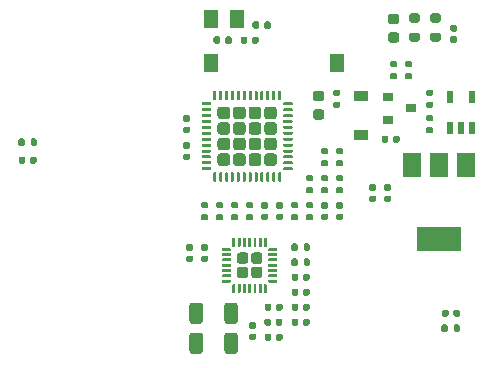
<source format=gbr>
%TF.GenerationSoftware,KiCad,Pcbnew,(5.1.8)-1*%
%TF.CreationDate,2021-03-06T05:42:10-08:00*%
%TF.ProjectId,audioboard,61756469-6f62-46f6-9172-642e6b696361,rev?*%
%TF.SameCoordinates,Original*%
%TF.FileFunction,Paste,Top*%
%TF.FilePolarity,Positive*%
%FSLAX46Y46*%
G04 Gerber Fmt 4.6, Leading zero omitted, Abs format (unit mm)*
G04 Created by KiCad (PCBNEW (5.1.8)-1) date 2021-03-06 05:42:10*
%MOMM*%
%LPD*%
G01*
G04 APERTURE LIST*
%ADD10R,1.500000X2.000000*%
%ADD11R,3.800000X2.000000*%
%ADD12C,0.100000*%
%ADD13R,0.900000X0.800000*%
%ADD14R,0.550000X1.050000*%
%ADD15R,1.200000X1.500000*%
%ADD16R,1.200000X0.900000*%
G04 APERTURE END LIST*
%TO.C,R16*%
G36*
G01*
X97975000Y-86120000D02*
X97605000Y-86120000D01*
G75*
G02*
X97470000Y-85985000I0J135000D01*
G01*
X97470000Y-85715000D01*
G75*
G02*
X97605000Y-85580000I135000J0D01*
G01*
X97975000Y-85580000D01*
G75*
G02*
X98110000Y-85715000I0J-135000D01*
G01*
X98110000Y-85985000D01*
G75*
G02*
X97975000Y-86120000I-135000J0D01*
G01*
G37*
G36*
G01*
X97975000Y-87140000D02*
X97605000Y-87140000D01*
G75*
G02*
X97470000Y-87005000I0J135000D01*
G01*
X97470000Y-86735000D01*
G75*
G02*
X97605000Y-86600000I135000J0D01*
G01*
X97975000Y-86600000D01*
G75*
G02*
X98110000Y-86735000I0J-135000D01*
G01*
X98110000Y-87005000D01*
G75*
G02*
X97975000Y-87140000I-135000J0D01*
G01*
G37*
%TD*%
%TO.C,R4*%
G36*
G01*
X96197000Y-81548000D02*
X95827000Y-81548000D01*
G75*
G02*
X95692000Y-81413000I0J135000D01*
G01*
X95692000Y-81143000D01*
G75*
G02*
X95827000Y-81008000I135000J0D01*
G01*
X96197000Y-81008000D01*
G75*
G02*
X96332000Y-81143000I0J-135000D01*
G01*
X96332000Y-81413000D01*
G75*
G02*
X96197000Y-81548000I-135000J0D01*
G01*
G37*
G36*
G01*
X96197000Y-82568000D02*
X95827000Y-82568000D01*
G75*
G02*
X95692000Y-82433000I0J135000D01*
G01*
X95692000Y-82163000D01*
G75*
G02*
X95827000Y-82028000I135000J0D01*
G01*
X96197000Y-82028000D01*
G75*
G02*
X96332000Y-82163000I0J-135000D01*
G01*
X96332000Y-82433000D01*
G75*
G02*
X96197000Y-82568000I-135000J0D01*
G01*
G37*
%TD*%
D10*
%TO.C,U3*%
X100852000Y-89814000D03*
X96252000Y-89814000D03*
X98552000Y-89814000D03*
D11*
X98552000Y-96114000D03*
%TD*%
%TO.C,U2*%
G36*
G01*
X83785000Y-89641000D02*
X83785000Y-89071000D01*
G75*
G02*
X84035000Y-88821000I250000J0D01*
G01*
X84605000Y-88821000D01*
G75*
G02*
X84855000Y-89071000I0J-250000D01*
G01*
X84855000Y-89641000D01*
G75*
G02*
X84605000Y-89891000I-250000J0D01*
G01*
X84035000Y-89891000D01*
G75*
G02*
X83785000Y-89641000I0J250000D01*
G01*
G37*
G36*
G01*
X83785000Y-88321000D02*
X83785000Y-87751000D01*
G75*
G02*
X84035000Y-87501000I250000J0D01*
G01*
X84605000Y-87501000D01*
G75*
G02*
X84855000Y-87751000I0J-250000D01*
G01*
X84855000Y-88321000D01*
G75*
G02*
X84605000Y-88571000I-250000J0D01*
G01*
X84035000Y-88571000D01*
G75*
G02*
X83785000Y-88321000I0J250000D01*
G01*
G37*
G36*
G01*
X83785000Y-87001000D02*
X83785000Y-86431000D01*
G75*
G02*
X84035000Y-86181000I250000J0D01*
G01*
X84605000Y-86181000D01*
G75*
G02*
X84855000Y-86431000I0J-250000D01*
G01*
X84855000Y-87001000D01*
G75*
G02*
X84605000Y-87251000I-250000J0D01*
G01*
X84035000Y-87251000D01*
G75*
G02*
X83785000Y-87001000I0J250000D01*
G01*
G37*
G36*
G01*
X83785000Y-85681000D02*
X83785000Y-85111000D01*
G75*
G02*
X84035000Y-84861000I250000J0D01*
G01*
X84605000Y-84861000D01*
G75*
G02*
X84855000Y-85111000I0J-250000D01*
G01*
X84855000Y-85681000D01*
G75*
G02*
X84605000Y-85931000I-250000J0D01*
G01*
X84035000Y-85931000D01*
G75*
G02*
X83785000Y-85681000I0J250000D01*
G01*
G37*
G36*
G01*
X82465000Y-89641000D02*
X82465000Y-89071000D01*
G75*
G02*
X82715000Y-88821000I250000J0D01*
G01*
X83285000Y-88821000D01*
G75*
G02*
X83535000Y-89071000I0J-250000D01*
G01*
X83535000Y-89641000D01*
G75*
G02*
X83285000Y-89891000I-250000J0D01*
G01*
X82715000Y-89891000D01*
G75*
G02*
X82465000Y-89641000I0J250000D01*
G01*
G37*
G36*
G01*
X82465000Y-88321000D02*
X82465000Y-87751000D01*
G75*
G02*
X82715000Y-87501000I250000J0D01*
G01*
X83285000Y-87501000D01*
G75*
G02*
X83535000Y-87751000I0J-250000D01*
G01*
X83535000Y-88321000D01*
G75*
G02*
X83285000Y-88571000I-250000J0D01*
G01*
X82715000Y-88571000D01*
G75*
G02*
X82465000Y-88321000I0J250000D01*
G01*
G37*
G36*
G01*
X82465000Y-87001000D02*
X82465000Y-86431000D01*
G75*
G02*
X82715000Y-86181000I250000J0D01*
G01*
X83285000Y-86181000D01*
G75*
G02*
X83535000Y-86431000I0J-250000D01*
G01*
X83535000Y-87001000D01*
G75*
G02*
X83285000Y-87251000I-250000J0D01*
G01*
X82715000Y-87251000D01*
G75*
G02*
X82465000Y-87001000I0J250000D01*
G01*
G37*
G36*
G01*
X82465000Y-85681000D02*
X82465000Y-85111000D01*
G75*
G02*
X82715000Y-84861000I250000J0D01*
G01*
X83285000Y-84861000D01*
G75*
G02*
X83535000Y-85111000I0J-250000D01*
G01*
X83535000Y-85681000D01*
G75*
G02*
X83285000Y-85931000I-250000J0D01*
G01*
X82715000Y-85931000D01*
G75*
G02*
X82465000Y-85681000I0J250000D01*
G01*
G37*
G36*
G01*
X81145000Y-89641000D02*
X81145000Y-89071000D01*
G75*
G02*
X81395000Y-88821000I250000J0D01*
G01*
X81965000Y-88821000D01*
G75*
G02*
X82215000Y-89071000I0J-250000D01*
G01*
X82215000Y-89641000D01*
G75*
G02*
X81965000Y-89891000I-250000J0D01*
G01*
X81395000Y-89891000D01*
G75*
G02*
X81145000Y-89641000I0J250000D01*
G01*
G37*
G36*
G01*
X81145000Y-88321000D02*
X81145000Y-87751000D01*
G75*
G02*
X81395000Y-87501000I250000J0D01*
G01*
X81965000Y-87501000D01*
G75*
G02*
X82215000Y-87751000I0J-250000D01*
G01*
X82215000Y-88321000D01*
G75*
G02*
X81965000Y-88571000I-250000J0D01*
G01*
X81395000Y-88571000D01*
G75*
G02*
X81145000Y-88321000I0J250000D01*
G01*
G37*
G36*
G01*
X81145000Y-87001000D02*
X81145000Y-86431000D01*
G75*
G02*
X81395000Y-86181000I250000J0D01*
G01*
X81965000Y-86181000D01*
G75*
G02*
X82215000Y-86431000I0J-250000D01*
G01*
X82215000Y-87001000D01*
G75*
G02*
X81965000Y-87251000I-250000J0D01*
G01*
X81395000Y-87251000D01*
G75*
G02*
X81145000Y-87001000I0J250000D01*
G01*
G37*
G36*
G01*
X81145000Y-85681000D02*
X81145000Y-85111000D01*
G75*
G02*
X81395000Y-84861000I250000J0D01*
G01*
X81965000Y-84861000D01*
G75*
G02*
X82215000Y-85111000I0J-250000D01*
G01*
X82215000Y-85681000D01*
G75*
G02*
X81965000Y-85931000I-250000J0D01*
G01*
X81395000Y-85931000D01*
G75*
G02*
X81145000Y-85681000I0J250000D01*
G01*
G37*
G36*
G01*
X79825000Y-89641000D02*
X79825000Y-89071000D01*
G75*
G02*
X80075000Y-88821000I250000J0D01*
G01*
X80645000Y-88821000D01*
G75*
G02*
X80895000Y-89071000I0J-250000D01*
G01*
X80895000Y-89641000D01*
G75*
G02*
X80645000Y-89891000I-250000J0D01*
G01*
X80075000Y-89891000D01*
G75*
G02*
X79825000Y-89641000I0J250000D01*
G01*
G37*
G36*
G01*
X79825000Y-88321000D02*
X79825000Y-87751000D01*
G75*
G02*
X80075000Y-87501000I250000J0D01*
G01*
X80645000Y-87501000D01*
G75*
G02*
X80895000Y-87751000I0J-250000D01*
G01*
X80895000Y-88321000D01*
G75*
G02*
X80645000Y-88571000I-250000J0D01*
G01*
X80075000Y-88571000D01*
G75*
G02*
X79825000Y-88321000I0J250000D01*
G01*
G37*
G36*
G01*
X79825000Y-87001000D02*
X79825000Y-86431000D01*
G75*
G02*
X80075000Y-86181000I250000J0D01*
G01*
X80645000Y-86181000D01*
G75*
G02*
X80895000Y-86431000I0J-250000D01*
G01*
X80895000Y-87001000D01*
G75*
G02*
X80645000Y-87251000I-250000J0D01*
G01*
X80075000Y-87251000D01*
G75*
G02*
X79825000Y-87001000I0J250000D01*
G01*
G37*
G36*
G01*
X79825000Y-85681000D02*
X79825000Y-85111000D01*
G75*
G02*
X80075000Y-84861000I250000J0D01*
G01*
X80645000Y-84861000D01*
G75*
G02*
X80895000Y-85111000I0J-250000D01*
G01*
X80895000Y-85681000D01*
G75*
G02*
X80645000Y-85931000I-250000J0D01*
G01*
X80075000Y-85931000D01*
G75*
G02*
X79825000Y-85681000I0J250000D01*
G01*
G37*
G36*
G01*
X79465000Y-84263500D02*
X79465000Y-83588500D01*
G75*
G02*
X79527500Y-83526000I62500J0D01*
G01*
X79652500Y-83526000D01*
G75*
G02*
X79715000Y-83588500I0J-62500D01*
G01*
X79715000Y-84263500D01*
G75*
G02*
X79652500Y-84326000I-62500J0D01*
G01*
X79527500Y-84326000D01*
G75*
G02*
X79465000Y-84263500I0J62500D01*
G01*
G37*
G36*
G01*
X79965000Y-84263500D02*
X79965000Y-83588500D01*
G75*
G02*
X80027500Y-83526000I62500J0D01*
G01*
X80152500Y-83526000D01*
G75*
G02*
X80215000Y-83588500I0J-62500D01*
G01*
X80215000Y-84263500D01*
G75*
G02*
X80152500Y-84326000I-62500J0D01*
G01*
X80027500Y-84326000D01*
G75*
G02*
X79965000Y-84263500I0J62500D01*
G01*
G37*
G36*
G01*
X80465000Y-84263500D02*
X80465000Y-83588500D01*
G75*
G02*
X80527500Y-83526000I62500J0D01*
G01*
X80652500Y-83526000D01*
G75*
G02*
X80715000Y-83588500I0J-62500D01*
G01*
X80715000Y-84263500D01*
G75*
G02*
X80652500Y-84326000I-62500J0D01*
G01*
X80527500Y-84326000D01*
G75*
G02*
X80465000Y-84263500I0J62500D01*
G01*
G37*
G36*
G01*
X80965000Y-84263500D02*
X80965000Y-83588500D01*
G75*
G02*
X81027500Y-83526000I62500J0D01*
G01*
X81152500Y-83526000D01*
G75*
G02*
X81215000Y-83588500I0J-62500D01*
G01*
X81215000Y-84263500D01*
G75*
G02*
X81152500Y-84326000I-62500J0D01*
G01*
X81027500Y-84326000D01*
G75*
G02*
X80965000Y-84263500I0J62500D01*
G01*
G37*
G36*
G01*
X81465000Y-84263500D02*
X81465000Y-83588500D01*
G75*
G02*
X81527500Y-83526000I62500J0D01*
G01*
X81652500Y-83526000D01*
G75*
G02*
X81715000Y-83588500I0J-62500D01*
G01*
X81715000Y-84263500D01*
G75*
G02*
X81652500Y-84326000I-62500J0D01*
G01*
X81527500Y-84326000D01*
G75*
G02*
X81465000Y-84263500I0J62500D01*
G01*
G37*
G36*
G01*
X81965000Y-84263500D02*
X81965000Y-83588500D01*
G75*
G02*
X82027500Y-83526000I62500J0D01*
G01*
X82152500Y-83526000D01*
G75*
G02*
X82215000Y-83588500I0J-62500D01*
G01*
X82215000Y-84263500D01*
G75*
G02*
X82152500Y-84326000I-62500J0D01*
G01*
X82027500Y-84326000D01*
G75*
G02*
X81965000Y-84263500I0J62500D01*
G01*
G37*
G36*
G01*
X82465000Y-84263500D02*
X82465000Y-83588500D01*
G75*
G02*
X82527500Y-83526000I62500J0D01*
G01*
X82652500Y-83526000D01*
G75*
G02*
X82715000Y-83588500I0J-62500D01*
G01*
X82715000Y-84263500D01*
G75*
G02*
X82652500Y-84326000I-62500J0D01*
G01*
X82527500Y-84326000D01*
G75*
G02*
X82465000Y-84263500I0J62500D01*
G01*
G37*
G36*
G01*
X82965000Y-84263500D02*
X82965000Y-83588500D01*
G75*
G02*
X83027500Y-83526000I62500J0D01*
G01*
X83152500Y-83526000D01*
G75*
G02*
X83215000Y-83588500I0J-62500D01*
G01*
X83215000Y-84263500D01*
G75*
G02*
X83152500Y-84326000I-62500J0D01*
G01*
X83027500Y-84326000D01*
G75*
G02*
X82965000Y-84263500I0J62500D01*
G01*
G37*
G36*
G01*
X83465000Y-84263500D02*
X83465000Y-83588500D01*
G75*
G02*
X83527500Y-83526000I62500J0D01*
G01*
X83652500Y-83526000D01*
G75*
G02*
X83715000Y-83588500I0J-62500D01*
G01*
X83715000Y-84263500D01*
G75*
G02*
X83652500Y-84326000I-62500J0D01*
G01*
X83527500Y-84326000D01*
G75*
G02*
X83465000Y-84263500I0J62500D01*
G01*
G37*
G36*
G01*
X83965000Y-84263500D02*
X83965000Y-83588500D01*
G75*
G02*
X84027500Y-83526000I62500J0D01*
G01*
X84152500Y-83526000D01*
G75*
G02*
X84215000Y-83588500I0J-62500D01*
G01*
X84215000Y-84263500D01*
G75*
G02*
X84152500Y-84326000I-62500J0D01*
G01*
X84027500Y-84326000D01*
G75*
G02*
X83965000Y-84263500I0J62500D01*
G01*
G37*
G36*
G01*
X84465000Y-84263500D02*
X84465000Y-83588500D01*
G75*
G02*
X84527500Y-83526000I62500J0D01*
G01*
X84652500Y-83526000D01*
G75*
G02*
X84715000Y-83588500I0J-62500D01*
G01*
X84715000Y-84263500D01*
G75*
G02*
X84652500Y-84326000I-62500J0D01*
G01*
X84527500Y-84326000D01*
G75*
G02*
X84465000Y-84263500I0J62500D01*
G01*
G37*
G36*
G01*
X84965000Y-84263500D02*
X84965000Y-83588500D01*
G75*
G02*
X85027500Y-83526000I62500J0D01*
G01*
X85152500Y-83526000D01*
G75*
G02*
X85215000Y-83588500I0J-62500D01*
G01*
X85215000Y-84263500D01*
G75*
G02*
X85152500Y-84326000I-62500J0D01*
G01*
X85027500Y-84326000D01*
G75*
G02*
X84965000Y-84263500I0J62500D01*
G01*
G37*
G36*
G01*
X85390000Y-84688500D02*
X85390000Y-84563500D01*
G75*
G02*
X85452500Y-84501000I62500J0D01*
G01*
X86127500Y-84501000D01*
G75*
G02*
X86190000Y-84563500I0J-62500D01*
G01*
X86190000Y-84688500D01*
G75*
G02*
X86127500Y-84751000I-62500J0D01*
G01*
X85452500Y-84751000D01*
G75*
G02*
X85390000Y-84688500I0J62500D01*
G01*
G37*
G36*
G01*
X85390000Y-85188500D02*
X85390000Y-85063500D01*
G75*
G02*
X85452500Y-85001000I62500J0D01*
G01*
X86127500Y-85001000D01*
G75*
G02*
X86190000Y-85063500I0J-62500D01*
G01*
X86190000Y-85188500D01*
G75*
G02*
X86127500Y-85251000I-62500J0D01*
G01*
X85452500Y-85251000D01*
G75*
G02*
X85390000Y-85188500I0J62500D01*
G01*
G37*
G36*
G01*
X85390000Y-85688500D02*
X85390000Y-85563500D01*
G75*
G02*
X85452500Y-85501000I62500J0D01*
G01*
X86127500Y-85501000D01*
G75*
G02*
X86190000Y-85563500I0J-62500D01*
G01*
X86190000Y-85688500D01*
G75*
G02*
X86127500Y-85751000I-62500J0D01*
G01*
X85452500Y-85751000D01*
G75*
G02*
X85390000Y-85688500I0J62500D01*
G01*
G37*
G36*
G01*
X85390000Y-86188500D02*
X85390000Y-86063500D01*
G75*
G02*
X85452500Y-86001000I62500J0D01*
G01*
X86127500Y-86001000D01*
G75*
G02*
X86190000Y-86063500I0J-62500D01*
G01*
X86190000Y-86188500D01*
G75*
G02*
X86127500Y-86251000I-62500J0D01*
G01*
X85452500Y-86251000D01*
G75*
G02*
X85390000Y-86188500I0J62500D01*
G01*
G37*
G36*
G01*
X85390000Y-86688500D02*
X85390000Y-86563500D01*
G75*
G02*
X85452500Y-86501000I62500J0D01*
G01*
X86127500Y-86501000D01*
G75*
G02*
X86190000Y-86563500I0J-62500D01*
G01*
X86190000Y-86688500D01*
G75*
G02*
X86127500Y-86751000I-62500J0D01*
G01*
X85452500Y-86751000D01*
G75*
G02*
X85390000Y-86688500I0J62500D01*
G01*
G37*
G36*
G01*
X85390000Y-87188500D02*
X85390000Y-87063500D01*
G75*
G02*
X85452500Y-87001000I62500J0D01*
G01*
X86127500Y-87001000D01*
G75*
G02*
X86190000Y-87063500I0J-62500D01*
G01*
X86190000Y-87188500D01*
G75*
G02*
X86127500Y-87251000I-62500J0D01*
G01*
X85452500Y-87251000D01*
G75*
G02*
X85390000Y-87188500I0J62500D01*
G01*
G37*
G36*
G01*
X85390000Y-87688500D02*
X85390000Y-87563500D01*
G75*
G02*
X85452500Y-87501000I62500J0D01*
G01*
X86127500Y-87501000D01*
G75*
G02*
X86190000Y-87563500I0J-62500D01*
G01*
X86190000Y-87688500D01*
G75*
G02*
X86127500Y-87751000I-62500J0D01*
G01*
X85452500Y-87751000D01*
G75*
G02*
X85390000Y-87688500I0J62500D01*
G01*
G37*
G36*
G01*
X85390000Y-88188500D02*
X85390000Y-88063500D01*
G75*
G02*
X85452500Y-88001000I62500J0D01*
G01*
X86127500Y-88001000D01*
G75*
G02*
X86190000Y-88063500I0J-62500D01*
G01*
X86190000Y-88188500D01*
G75*
G02*
X86127500Y-88251000I-62500J0D01*
G01*
X85452500Y-88251000D01*
G75*
G02*
X85390000Y-88188500I0J62500D01*
G01*
G37*
G36*
G01*
X85390000Y-88688500D02*
X85390000Y-88563500D01*
G75*
G02*
X85452500Y-88501000I62500J0D01*
G01*
X86127500Y-88501000D01*
G75*
G02*
X86190000Y-88563500I0J-62500D01*
G01*
X86190000Y-88688500D01*
G75*
G02*
X86127500Y-88751000I-62500J0D01*
G01*
X85452500Y-88751000D01*
G75*
G02*
X85390000Y-88688500I0J62500D01*
G01*
G37*
G36*
G01*
X85390000Y-89188500D02*
X85390000Y-89063500D01*
G75*
G02*
X85452500Y-89001000I62500J0D01*
G01*
X86127500Y-89001000D01*
G75*
G02*
X86190000Y-89063500I0J-62500D01*
G01*
X86190000Y-89188500D01*
G75*
G02*
X86127500Y-89251000I-62500J0D01*
G01*
X85452500Y-89251000D01*
G75*
G02*
X85390000Y-89188500I0J62500D01*
G01*
G37*
G36*
G01*
X85390000Y-89688500D02*
X85390000Y-89563500D01*
G75*
G02*
X85452500Y-89501000I62500J0D01*
G01*
X86127500Y-89501000D01*
G75*
G02*
X86190000Y-89563500I0J-62500D01*
G01*
X86190000Y-89688500D01*
G75*
G02*
X86127500Y-89751000I-62500J0D01*
G01*
X85452500Y-89751000D01*
G75*
G02*
X85390000Y-89688500I0J62500D01*
G01*
G37*
G36*
G01*
X85390000Y-90188500D02*
X85390000Y-90063500D01*
G75*
G02*
X85452500Y-90001000I62500J0D01*
G01*
X86127500Y-90001000D01*
G75*
G02*
X86190000Y-90063500I0J-62500D01*
G01*
X86190000Y-90188500D01*
G75*
G02*
X86127500Y-90251000I-62500J0D01*
G01*
X85452500Y-90251000D01*
G75*
G02*
X85390000Y-90188500I0J62500D01*
G01*
G37*
G36*
G01*
X84965000Y-91163500D02*
X84965000Y-90488500D01*
G75*
G02*
X85027500Y-90426000I62500J0D01*
G01*
X85152500Y-90426000D01*
G75*
G02*
X85215000Y-90488500I0J-62500D01*
G01*
X85215000Y-91163500D01*
G75*
G02*
X85152500Y-91226000I-62500J0D01*
G01*
X85027500Y-91226000D01*
G75*
G02*
X84965000Y-91163500I0J62500D01*
G01*
G37*
G36*
G01*
X84465000Y-91163500D02*
X84465000Y-90488500D01*
G75*
G02*
X84527500Y-90426000I62500J0D01*
G01*
X84652500Y-90426000D01*
G75*
G02*
X84715000Y-90488500I0J-62500D01*
G01*
X84715000Y-91163500D01*
G75*
G02*
X84652500Y-91226000I-62500J0D01*
G01*
X84527500Y-91226000D01*
G75*
G02*
X84465000Y-91163500I0J62500D01*
G01*
G37*
G36*
G01*
X83965000Y-91163500D02*
X83965000Y-90488500D01*
G75*
G02*
X84027500Y-90426000I62500J0D01*
G01*
X84152500Y-90426000D01*
G75*
G02*
X84215000Y-90488500I0J-62500D01*
G01*
X84215000Y-91163500D01*
G75*
G02*
X84152500Y-91226000I-62500J0D01*
G01*
X84027500Y-91226000D01*
G75*
G02*
X83965000Y-91163500I0J62500D01*
G01*
G37*
G36*
G01*
X83465000Y-91163500D02*
X83465000Y-90488500D01*
G75*
G02*
X83527500Y-90426000I62500J0D01*
G01*
X83652500Y-90426000D01*
G75*
G02*
X83715000Y-90488500I0J-62500D01*
G01*
X83715000Y-91163500D01*
G75*
G02*
X83652500Y-91226000I-62500J0D01*
G01*
X83527500Y-91226000D01*
G75*
G02*
X83465000Y-91163500I0J62500D01*
G01*
G37*
G36*
G01*
X82965000Y-91163500D02*
X82965000Y-90488500D01*
G75*
G02*
X83027500Y-90426000I62500J0D01*
G01*
X83152500Y-90426000D01*
G75*
G02*
X83215000Y-90488500I0J-62500D01*
G01*
X83215000Y-91163500D01*
G75*
G02*
X83152500Y-91226000I-62500J0D01*
G01*
X83027500Y-91226000D01*
G75*
G02*
X82965000Y-91163500I0J62500D01*
G01*
G37*
G36*
G01*
X82465000Y-91163500D02*
X82465000Y-90488500D01*
G75*
G02*
X82527500Y-90426000I62500J0D01*
G01*
X82652500Y-90426000D01*
G75*
G02*
X82715000Y-90488500I0J-62500D01*
G01*
X82715000Y-91163500D01*
G75*
G02*
X82652500Y-91226000I-62500J0D01*
G01*
X82527500Y-91226000D01*
G75*
G02*
X82465000Y-91163500I0J62500D01*
G01*
G37*
G36*
G01*
X81965000Y-91163500D02*
X81965000Y-90488500D01*
G75*
G02*
X82027500Y-90426000I62500J0D01*
G01*
X82152500Y-90426000D01*
G75*
G02*
X82215000Y-90488500I0J-62500D01*
G01*
X82215000Y-91163500D01*
G75*
G02*
X82152500Y-91226000I-62500J0D01*
G01*
X82027500Y-91226000D01*
G75*
G02*
X81965000Y-91163500I0J62500D01*
G01*
G37*
G36*
G01*
X81465000Y-91163500D02*
X81465000Y-90488500D01*
G75*
G02*
X81527500Y-90426000I62500J0D01*
G01*
X81652500Y-90426000D01*
G75*
G02*
X81715000Y-90488500I0J-62500D01*
G01*
X81715000Y-91163500D01*
G75*
G02*
X81652500Y-91226000I-62500J0D01*
G01*
X81527500Y-91226000D01*
G75*
G02*
X81465000Y-91163500I0J62500D01*
G01*
G37*
G36*
G01*
X80965000Y-91163500D02*
X80965000Y-90488500D01*
G75*
G02*
X81027500Y-90426000I62500J0D01*
G01*
X81152500Y-90426000D01*
G75*
G02*
X81215000Y-90488500I0J-62500D01*
G01*
X81215000Y-91163500D01*
G75*
G02*
X81152500Y-91226000I-62500J0D01*
G01*
X81027500Y-91226000D01*
G75*
G02*
X80965000Y-91163500I0J62500D01*
G01*
G37*
G36*
G01*
X80465000Y-91163500D02*
X80465000Y-90488500D01*
G75*
G02*
X80527500Y-90426000I62500J0D01*
G01*
X80652500Y-90426000D01*
G75*
G02*
X80715000Y-90488500I0J-62500D01*
G01*
X80715000Y-91163500D01*
G75*
G02*
X80652500Y-91226000I-62500J0D01*
G01*
X80527500Y-91226000D01*
G75*
G02*
X80465000Y-91163500I0J62500D01*
G01*
G37*
G36*
G01*
X79965000Y-91163500D02*
X79965000Y-90488500D01*
G75*
G02*
X80027500Y-90426000I62500J0D01*
G01*
X80152500Y-90426000D01*
G75*
G02*
X80215000Y-90488500I0J-62500D01*
G01*
X80215000Y-91163500D01*
G75*
G02*
X80152500Y-91226000I-62500J0D01*
G01*
X80027500Y-91226000D01*
G75*
G02*
X79965000Y-91163500I0J62500D01*
G01*
G37*
G36*
G01*
X79465000Y-91163500D02*
X79465000Y-90488500D01*
G75*
G02*
X79527500Y-90426000I62500J0D01*
G01*
X79652500Y-90426000D01*
G75*
G02*
X79715000Y-90488500I0J-62500D01*
G01*
X79715000Y-91163500D01*
G75*
G02*
X79652500Y-91226000I-62500J0D01*
G01*
X79527500Y-91226000D01*
G75*
G02*
X79465000Y-91163500I0J62500D01*
G01*
G37*
G36*
G01*
X78490000Y-90188500D02*
X78490000Y-90063500D01*
G75*
G02*
X78552500Y-90001000I62500J0D01*
G01*
X79227500Y-90001000D01*
G75*
G02*
X79290000Y-90063500I0J-62500D01*
G01*
X79290000Y-90188500D01*
G75*
G02*
X79227500Y-90251000I-62500J0D01*
G01*
X78552500Y-90251000D01*
G75*
G02*
X78490000Y-90188500I0J62500D01*
G01*
G37*
G36*
G01*
X78490000Y-89688500D02*
X78490000Y-89563500D01*
G75*
G02*
X78552500Y-89501000I62500J0D01*
G01*
X79227500Y-89501000D01*
G75*
G02*
X79290000Y-89563500I0J-62500D01*
G01*
X79290000Y-89688500D01*
G75*
G02*
X79227500Y-89751000I-62500J0D01*
G01*
X78552500Y-89751000D01*
G75*
G02*
X78490000Y-89688500I0J62500D01*
G01*
G37*
G36*
G01*
X78490000Y-89188500D02*
X78490000Y-89063500D01*
G75*
G02*
X78552500Y-89001000I62500J0D01*
G01*
X79227500Y-89001000D01*
G75*
G02*
X79290000Y-89063500I0J-62500D01*
G01*
X79290000Y-89188500D01*
G75*
G02*
X79227500Y-89251000I-62500J0D01*
G01*
X78552500Y-89251000D01*
G75*
G02*
X78490000Y-89188500I0J62500D01*
G01*
G37*
G36*
G01*
X78490000Y-88688500D02*
X78490000Y-88563500D01*
G75*
G02*
X78552500Y-88501000I62500J0D01*
G01*
X79227500Y-88501000D01*
G75*
G02*
X79290000Y-88563500I0J-62500D01*
G01*
X79290000Y-88688500D01*
G75*
G02*
X79227500Y-88751000I-62500J0D01*
G01*
X78552500Y-88751000D01*
G75*
G02*
X78490000Y-88688500I0J62500D01*
G01*
G37*
G36*
G01*
X78490000Y-88188500D02*
X78490000Y-88063500D01*
G75*
G02*
X78552500Y-88001000I62500J0D01*
G01*
X79227500Y-88001000D01*
G75*
G02*
X79290000Y-88063500I0J-62500D01*
G01*
X79290000Y-88188500D01*
G75*
G02*
X79227500Y-88251000I-62500J0D01*
G01*
X78552500Y-88251000D01*
G75*
G02*
X78490000Y-88188500I0J62500D01*
G01*
G37*
G36*
G01*
X78490000Y-87688500D02*
X78490000Y-87563500D01*
G75*
G02*
X78552500Y-87501000I62500J0D01*
G01*
X79227500Y-87501000D01*
G75*
G02*
X79290000Y-87563500I0J-62500D01*
G01*
X79290000Y-87688500D01*
G75*
G02*
X79227500Y-87751000I-62500J0D01*
G01*
X78552500Y-87751000D01*
G75*
G02*
X78490000Y-87688500I0J62500D01*
G01*
G37*
G36*
G01*
X78490000Y-87188500D02*
X78490000Y-87063500D01*
G75*
G02*
X78552500Y-87001000I62500J0D01*
G01*
X79227500Y-87001000D01*
G75*
G02*
X79290000Y-87063500I0J-62500D01*
G01*
X79290000Y-87188500D01*
G75*
G02*
X79227500Y-87251000I-62500J0D01*
G01*
X78552500Y-87251000D01*
G75*
G02*
X78490000Y-87188500I0J62500D01*
G01*
G37*
G36*
G01*
X78490000Y-86688500D02*
X78490000Y-86563500D01*
G75*
G02*
X78552500Y-86501000I62500J0D01*
G01*
X79227500Y-86501000D01*
G75*
G02*
X79290000Y-86563500I0J-62500D01*
G01*
X79290000Y-86688500D01*
G75*
G02*
X79227500Y-86751000I-62500J0D01*
G01*
X78552500Y-86751000D01*
G75*
G02*
X78490000Y-86688500I0J62500D01*
G01*
G37*
G36*
G01*
X78490000Y-86188500D02*
X78490000Y-86063500D01*
G75*
G02*
X78552500Y-86001000I62500J0D01*
G01*
X79227500Y-86001000D01*
G75*
G02*
X79290000Y-86063500I0J-62500D01*
G01*
X79290000Y-86188500D01*
G75*
G02*
X79227500Y-86251000I-62500J0D01*
G01*
X78552500Y-86251000D01*
G75*
G02*
X78490000Y-86188500I0J62500D01*
G01*
G37*
G36*
G01*
X78490000Y-85688500D02*
X78490000Y-85563500D01*
G75*
G02*
X78552500Y-85501000I62500J0D01*
G01*
X79227500Y-85501000D01*
G75*
G02*
X79290000Y-85563500I0J-62500D01*
G01*
X79290000Y-85688500D01*
G75*
G02*
X79227500Y-85751000I-62500J0D01*
G01*
X78552500Y-85751000D01*
G75*
G02*
X78490000Y-85688500I0J62500D01*
G01*
G37*
G36*
G01*
X78490000Y-85188500D02*
X78490000Y-85063500D01*
G75*
G02*
X78552500Y-85001000I62500J0D01*
G01*
X79227500Y-85001000D01*
G75*
G02*
X79290000Y-85063500I0J-62500D01*
G01*
X79290000Y-85188500D01*
G75*
G02*
X79227500Y-85251000I-62500J0D01*
G01*
X78552500Y-85251000D01*
G75*
G02*
X78490000Y-85188500I0J62500D01*
G01*
G37*
G36*
G01*
X78490000Y-84688500D02*
X78490000Y-84563500D01*
G75*
G02*
X78552500Y-84501000I62500J0D01*
G01*
X79227500Y-84501000D01*
G75*
G02*
X79290000Y-84563500I0J-62500D01*
G01*
X79290000Y-84688500D01*
G75*
G02*
X79227500Y-84751000I-62500J0D01*
G01*
X78552500Y-84751000D01*
G75*
G02*
X78490000Y-84688500I0J62500D01*
G01*
G37*
%TD*%
%TO.C,U1*%
G36*
G01*
X81707500Y-98413000D02*
X82192500Y-98413000D01*
G75*
G02*
X82435000Y-98655500I0J-242500D01*
G01*
X82435000Y-99140500D01*
G75*
G02*
X82192500Y-99383000I-242500J0D01*
G01*
X81707500Y-99383000D01*
G75*
G02*
X81465000Y-99140500I0J242500D01*
G01*
X81465000Y-98655500D01*
G75*
G02*
X81707500Y-98413000I242500J0D01*
G01*
G37*
G36*
G01*
X82907500Y-98413000D02*
X83392500Y-98413000D01*
G75*
G02*
X83635000Y-98655500I0J-242500D01*
G01*
X83635000Y-99140500D01*
G75*
G02*
X83392500Y-99383000I-242500J0D01*
G01*
X82907500Y-99383000D01*
G75*
G02*
X82665000Y-99140500I0J242500D01*
G01*
X82665000Y-98655500D01*
G75*
G02*
X82907500Y-98413000I242500J0D01*
G01*
G37*
G36*
G01*
X81707500Y-97213000D02*
X82192500Y-97213000D01*
G75*
G02*
X82435000Y-97455500I0J-242500D01*
G01*
X82435000Y-97940500D01*
G75*
G02*
X82192500Y-98183000I-242500J0D01*
G01*
X81707500Y-98183000D01*
G75*
G02*
X81465000Y-97940500I0J242500D01*
G01*
X81465000Y-97455500D01*
G75*
G02*
X81707500Y-97213000I242500J0D01*
G01*
G37*
G36*
G01*
X82907500Y-97213000D02*
X83392500Y-97213000D01*
G75*
G02*
X83635000Y-97455500I0J-242500D01*
G01*
X83635000Y-97940500D01*
G75*
G02*
X83392500Y-98183000I-242500J0D01*
G01*
X82907500Y-98183000D01*
G75*
G02*
X82665000Y-97940500I0J242500D01*
G01*
X82665000Y-97455500D01*
G75*
G02*
X82907500Y-97213000I242500J0D01*
G01*
G37*
D12*
G36*
X84898799Y-97022693D02*
G01*
X84895242Y-97034418D01*
X84889467Y-97045223D01*
X84881694Y-97054694D01*
X84872223Y-97062467D01*
X84861418Y-97068242D01*
X84849693Y-97071799D01*
X84837500Y-97073000D01*
X84162500Y-97073000D01*
X84150307Y-97071799D01*
X84138582Y-97068242D01*
X84127777Y-97062467D01*
X84118306Y-97054694D01*
X84110533Y-97045223D01*
X84104758Y-97034418D01*
X84101201Y-97022693D01*
X84100000Y-97010500D01*
X84100000Y-96948888D01*
X84101201Y-96936695D01*
X84104758Y-96924970D01*
X84110533Y-96914165D01*
X84118306Y-96904694D01*
X84181694Y-96841306D01*
X84191165Y-96833533D01*
X84201970Y-96827758D01*
X84213695Y-96824201D01*
X84225888Y-96823000D01*
X84837500Y-96823000D01*
X84849693Y-96824201D01*
X84861418Y-96827758D01*
X84872223Y-96833533D01*
X84881694Y-96841306D01*
X84889467Y-96850777D01*
X84895242Y-96861582D01*
X84898799Y-96873307D01*
X84900000Y-96885500D01*
X84900000Y-97010500D01*
X84898799Y-97022693D01*
G37*
G36*
G01*
X84162500Y-97273000D02*
X84837500Y-97273000D01*
G75*
G02*
X84900000Y-97335500I0J-62500D01*
G01*
X84900000Y-97460500D01*
G75*
G02*
X84837500Y-97523000I-62500J0D01*
G01*
X84162500Y-97523000D01*
G75*
G02*
X84100000Y-97460500I0J62500D01*
G01*
X84100000Y-97335500D01*
G75*
G02*
X84162500Y-97273000I62500J0D01*
G01*
G37*
G36*
G01*
X84162500Y-97723000D02*
X84837500Y-97723000D01*
G75*
G02*
X84900000Y-97785500I0J-62500D01*
G01*
X84900000Y-97910500D01*
G75*
G02*
X84837500Y-97973000I-62500J0D01*
G01*
X84162500Y-97973000D01*
G75*
G02*
X84100000Y-97910500I0J62500D01*
G01*
X84100000Y-97785500D01*
G75*
G02*
X84162500Y-97723000I62500J0D01*
G01*
G37*
G36*
G01*
X84162500Y-98173000D02*
X84837500Y-98173000D01*
G75*
G02*
X84900000Y-98235500I0J-62500D01*
G01*
X84900000Y-98360500D01*
G75*
G02*
X84837500Y-98423000I-62500J0D01*
G01*
X84162500Y-98423000D01*
G75*
G02*
X84100000Y-98360500I0J62500D01*
G01*
X84100000Y-98235500D01*
G75*
G02*
X84162500Y-98173000I62500J0D01*
G01*
G37*
G36*
G01*
X84162500Y-98623000D02*
X84837500Y-98623000D01*
G75*
G02*
X84900000Y-98685500I0J-62500D01*
G01*
X84900000Y-98810500D01*
G75*
G02*
X84837500Y-98873000I-62500J0D01*
G01*
X84162500Y-98873000D01*
G75*
G02*
X84100000Y-98810500I0J62500D01*
G01*
X84100000Y-98685500D01*
G75*
G02*
X84162500Y-98623000I62500J0D01*
G01*
G37*
G36*
G01*
X84162500Y-99073000D02*
X84837500Y-99073000D01*
G75*
G02*
X84900000Y-99135500I0J-62500D01*
G01*
X84900000Y-99260500D01*
G75*
G02*
X84837500Y-99323000I-62500J0D01*
G01*
X84162500Y-99323000D01*
G75*
G02*
X84100000Y-99260500I0J62500D01*
G01*
X84100000Y-99135500D01*
G75*
G02*
X84162500Y-99073000I62500J0D01*
G01*
G37*
G36*
X84898799Y-99722693D02*
G01*
X84895242Y-99734418D01*
X84889467Y-99745223D01*
X84881694Y-99754694D01*
X84872223Y-99762467D01*
X84861418Y-99768242D01*
X84849693Y-99771799D01*
X84837500Y-99773000D01*
X84225888Y-99773000D01*
X84213695Y-99771799D01*
X84201970Y-99768242D01*
X84191165Y-99762467D01*
X84181694Y-99754694D01*
X84118306Y-99691306D01*
X84110533Y-99681835D01*
X84104758Y-99671030D01*
X84101201Y-99659305D01*
X84100000Y-99647112D01*
X84100000Y-99585500D01*
X84101201Y-99573307D01*
X84104758Y-99561582D01*
X84110533Y-99550777D01*
X84118306Y-99541306D01*
X84127777Y-99533533D01*
X84138582Y-99527758D01*
X84150307Y-99524201D01*
X84162500Y-99523000D01*
X84837500Y-99523000D01*
X84849693Y-99524201D01*
X84861418Y-99527758D01*
X84872223Y-99533533D01*
X84881694Y-99541306D01*
X84889467Y-99550777D01*
X84895242Y-99561582D01*
X84898799Y-99573307D01*
X84900000Y-99585500D01*
X84900000Y-99710500D01*
X84898799Y-99722693D01*
G37*
G36*
X84023799Y-100597693D02*
G01*
X84020242Y-100609418D01*
X84014467Y-100620223D01*
X84006694Y-100629694D01*
X83997223Y-100637467D01*
X83986418Y-100643242D01*
X83974693Y-100646799D01*
X83962500Y-100648000D01*
X83837500Y-100648000D01*
X83825307Y-100646799D01*
X83813582Y-100643242D01*
X83802777Y-100637467D01*
X83793306Y-100629694D01*
X83785533Y-100620223D01*
X83779758Y-100609418D01*
X83776201Y-100597693D01*
X83775000Y-100585500D01*
X83775000Y-99910500D01*
X83776201Y-99898307D01*
X83779758Y-99886582D01*
X83785533Y-99875777D01*
X83793306Y-99866306D01*
X83802777Y-99858533D01*
X83813582Y-99852758D01*
X83825307Y-99849201D01*
X83837500Y-99848000D01*
X83899112Y-99848000D01*
X83911305Y-99849201D01*
X83923030Y-99852758D01*
X83933835Y-99858533D01*
X83943306Y-99866306D01*
X84006694Y-99929694D01*
X84014467Y-99939165D01*
X84020242Y-99949970D01*
X84023799Y-99961695D01*
X84025000Y-99973888D01*
X84025000Y-100585500D01*
X84023799Y-100597693D01*
G37*
G36*
G01*
X83387500Y-99848000D02*
X83512500Y-99848000D01*
G75*
G02*
X83575000Y-99910500I0J-62500D01*
G01*
X83575000Y-100585500D01*
G75*
G02*
X83512500Y-100648000I-62500J0D01*
G01*
X83387500Y-100648000D01*
G75*
G02*
X83325000Y-100585500I0J62500D01*
G01*
X83325000Y-99910500D01*
G75*
G02*
X83387500Y-99848000I62500J0D01*
G01*
G37*
G36*
G01*
X82937500Y-99848000D02*
X83062500Y-99848000D01*
G75*
G02*
X83125000Y-99910500I0J-62500D01*
G01*
X83125000Y-100585500D01*
G75*
G02*
X83062500Y-100648000I-62500J0D01*
G01*
X82937500Y-100648000D01*
G75*
G02*
X82875000Y-100585500I0J62500D01*
G01*
X82875000Y-99910500D01*
G75*
G02*
X82937500Y-99848000I62500J0D01*
G01*
G37*
G36*
G01*
X82487500Y-99848000D02*
X82612500Y-99848000D01*
G75*
G02*
X82675000Y-99910500I0J-62500D01*
G01*
X82675000Y-100585500D01*
G75*
G02*
X82612500Y-100648000I-62500J0D01*
G01*
X82487500Y-100648000D01*
G75*
G02*
X82425000Y-100585500I0J62500D01*
G01*
X82425000Y-99910500D01*
G75*
G02*
X82487500Y-99848000I62500J0D01*
G01*
G37*
G36*
G01*
X82037500Y-99848000D02*
X82162500Y-99848000D01*
G75*
G02*
X82225000Y-99910500I0J-62500D01*
G01*
X82225000Y-100585500D01*
G75*
G02*
X82162500Y-100648000I-62500J0D01*
G01*
X82037500Y-100648000D01*
G75*
G02*
X81975000Y-100585500I0J62500D01*
G01*
X81975000Y-99910500D01*
G75*
G02*
X82037500Y-99848000I62500J0D01*
G01*
G37*
G36*
G01*
X81587500Y-99848000D02*
X81712500Y-99848000D01*
G75*
G02*
X81775000Y-99910500I0J-62500D01*
G01*
X81775000Y-100585500D01*
G75*
G02*
X81712500Y-100648000I-62500J0D01*
G01*
X81587500Y-100648000D01*
G75*
G02*
X81525000Y-100585500I0J62500D01*
G01*
X81525000Y-99910500D01*
G75*
G02*
X81587500Y-99848000I62500J0D01*
G01*
G37*
G36*
X81323799Y-100597693D02*
G01*
X81320242Y-100609418D01*
X81314467Y-100620223D01*
X81306694Y-100629694D01*
X81297223Y-100637467D01*
X81286418Y-100643242D01*
X81274693Y-100646799D01*
X81262500Y-100648000D01*
X81137500Y-100648000D01*
X81125307Y-100646799D01*
X81113582Y-100643242D01*
X81102777Y-100637467D01*
X81093306Y-100629694D01*
X81085533Y-100620223D01*
X81079758Y-100609418D01*
X81076201Y-100597693D01*
X81075000Y-100585500D01*
X81075000Y-99973888D01*
X81076201Y-99961695D01*
X81079758Y-99949970D01*
X81085533Y-99939165D01*
X81093306Y-99929694D01*
X81156694Y-99866306D01*
X81166165Y-99858533D01*
X81176970Y-99852758D01*
X81188695Y-99849201D01*
X81200888Y-99848000D01*
X81262500Y-99848000D01*
X81274693Y-99849201D01*
X81286418Y-99852758D01*
X81297223Y-99858533D01*
X81306694Y-99866306D01*
X81314467Y-99875777D01*
X81320242Y-99886582D01*
X81323799Y-99898307D01*
X81325000Y-99910500D01*
X81325000Y-100585500D01*
X81323799Y-100597693D01*
G37*
G36*
X80998799Y-99659305D02*
G01*
X80995242Y-99671030D01*
X80989467Y-99681835D01*
X80981694Y-99691306D01*
X80918306Y-99754694D01*
X80908835Y-99762467D01*
X80898030Y-99768242D01*
X80886305Y-99771799D01*
X80874112Y-99773000D01*
X80262500Y-99773000D01*
X80250307Y-99771799D01*
X80238582Y-99768242D01*
X80227777Y-99762467D01*
X80218306Y-99754694D01*
X80210533Y-99745223D01*
X80204758Y-99734418D01*
X80201201Y-99722693D01*
X80200000Y-99710500D01*
X80200000Y-99585500D01*
X80201201Y-99573307D01*
X80204758Y-99561582D01*
X80210533Y-99550777D01*
X80218306Y-99541306D01*
X80227777Y-99533533D01*
X80238582Y-99527758D01*
X80250307Y-99524201D01*
X80262500Y-99523000D01*
X80937500Y-99523000D01*
X80949693Y-99524201D01*
X80961418Y-99527758D01*
X80972223Y-99533533D01*
X80981694Y-99541306D01*
X80989467Y-99550777D01*
X80995242Y-99561582D01*
X80998799Y-99573307D01*
X81000000Y-99585500D01*
X81000000Y-99647112D01*
X80998799Y-99659305D01*
G37*
G36*
G01*
X80262500Y-99073000D02*
X80937500Y-99073000D01*
G75*
G02*
X81000000Y-99135500I0J-62500D01*
G01*
X81000000Y-99260500D01*
G75*
G02*
X80937500Y-99323000I-62500J0D01*
G01*
X80262500Y-99323000D01*
G75*
G02*
X80200000Y-99260500I0J62500D01*
G01*
X80200000Y-99135500D01*
G75*
G02*
X80262500Y-99073000I62500J0D01*
G01*
G37*
G36*
G01*
X80262500Y-98623000D02*
X80937500Y-98623000D01*
G75*
G02*
X81000000Y-98685500I0J-62500D01*
G01*
X81000000Y-98810500D01*
G75*
G02*
X80937500Y-98873000I-62500J0D01*
G01*
X80262500Y-98873000D01*
G75*
G02*
X80200000Y-98810500I0J62500D01*
G01*
X80200000Y-98685500D01*
G75*
G02*
X80262500Y-98623000I62500J0D01*
G01*
G37*
G36*
G01*
X80262500Y-98173000D02*
X80937500Y-98173000D01*
G75*
G02*
X81000000Y-98235500I0J-62500D01*
G01*
X81000000Y-98360500D01*
G75*
G02*
X80937500Y-98423000I-62500J0D01*
G01*
X80262500Y-98423000D01*
G75*
G02*
X80200000Y-98360500I0J62500D01*
G01*
X80200000Y-98235500D01*
G75*
G02*
X80262500Y-98173000I62500J0D01*
G01*
G37*
G36*
G01*
X80262500Y-97723000D02*
X80937500Y-97723000D01*
G75*
G02*
X81000000Y-97785500I0J-62500D01*
G01*
X81000000Y-97910500D01*
G75*
G02*
X80937500Y-97973000I-62500J0D01*
G01*
X80262500Y-97973000D01*
G75*
G02*
X80200000Y-97910500I0J62500D01*
G01*
X80200000Y-97785500D01*
G75*
G02*
X80262500Y-97723000I62500J0D01*
G01*
G37*
G36*
G01*
X80262500Y-97273000D02*
X80937500Y-97273000D01*
G75*
G02*
X81000000Y-97335500I0J-62500D01*
G01*
X81000000Y-97460500D01*
G75*
G02*
X80937500Y-97523000I-62500J0D01*
G01*
X80262500Y-97523000D01*
G75*
G02*
X80200000Y-97460500I0J62500D01*
G01*
X80200000Y-97335500D01*
G75*
G02*
X80262500Y-97273000I62500J0D01*
G01*
G37*
G36*
X80998799Y-97022693D02*
G01*
X80995242Y-97034418D01*
X80989467Y-97045223D01*
X80981694Y-97054694D01*
X80972223Y-97062467D01*
X80961418Y-97068242D01*
X80949693Y-97071799D01*
X80937500Y-97073000D01*
X80262500Y-97073000D01*
X80250307Y-97071799D01*
X80238582Y-97068242D01*
X80227777Y-97062467D01*
X80218306Y-97054694D01*
X80210533Y-97045223D01*
X80204758Y-97034418D01*
X80201201Y-97022693D01*
X80200000Y-97010500D01*
X80200000Y-96885500D01*
X80201201Y-96873307D01*
X80204758Y-96861582D01*
X80210533Y-96850777D01*
X80218306Y-96841306D01*
X80227777Y-96833533D01*
X80238582Y-96827758D01*
X80250307Y-96824201D01*
X80262500Y-96823000D01*
X80874112Y-96823000D01*
X80886305Y-96824201D01*
X80898030Y-96827758D01*
X80908835Y-96833533D01*
X80918306Y-96841306D01*
X80981694Y-96904694D01*
X80989467Y-96914165D01*
X80995242Y-96924970D01*
X80998799Y-96936695D01*
X81000000Y-96948888D01*
X81000000Y-97010500D01*
X80998799Y-97022693D01*
G37*
G36*
X81323799Y-96697693D02*
G01*
X81320242Y-96709418D01*
X81314467Y-96720223D01*
X81306694Y-96729694D01*
X81297223Y-96737467D01*
X81286418Y-96743242D01*
X81274693Y-96746799D01*
X81262500Y-96748000D01*
X81200888Y-96748000D01*
X81188695Y-96746799D01*
X81176970Y-96743242D01*
X81166165Y-96737467D01*
X81156694Y-96729694D01*
X81093306Y-96666306D01*
X81085533Y-96656835D01*
X81079758Y-96646030D01*
X81076201Y-96634305D01*
X81075000Y-96622112D01*
X81075000Y-96010500D01*
X81076201Y-95998307D01*
X81079758Y-95986582D01*
X81085533Y-95975777D01*
X81093306Y-95966306D01*
X81102777Y-95958533D01*
X81113582Y-95952758D01*
X81125307Y-95949201D01*
X81137500Y-95948000D01*
X81262500Y-95948000D01*
X81274693Y-95949201D01*
X81286418Y-95952758D01*
X81297223Y-95958533D01*
X81306694Y-95966306D01*
X81314467Y-95975777D01*
X81320242Y-95986582D01*
X81323799Y-95998307D01*
X81325000Y-96010500D01*
X81325000Y-96685500D01*
X81323799Y-96697693D01*
G37*
G36*
G01*
X81587500Y-95948000D02*
X81712500Y-95948000D01*
G75*
G02*
X81775000Y-96010500I0J-62500D01*
G01*
X81775000Y-96685500D01*
G75*
G02*
X81712500Y-96748000I-62500J0D01*
G01*
X81587500Y-96748000D01*
G75*
G02*
X81525000Y-96685500I0J62500D01*
G01*
X81525000Y-96010500D01*
G75*
G02*
X81587500Y-95948000I62500J0D01*
G01*
G37*
G36*
G01*
X82037500Y-95948000D02*
X82162500Y-95948000D01*
G75*
G02*
X82225000Y-96010500I0J-62500D01*
G01*
X82225000Y-96685500D01*
G75*
G02*
X82162500Y-96748000I-62500J0D01*
G01*
X82037500Y-96748000D01*
G75*
G02*
X81975000Y-96685500I0J62500D01*
G01*
X81975000Y-96010500D01*
G75*
G02*
X82037500Y-95948000I62500J0D01*
G01*
G37*
G36*
G01*
X82487500Y-95948000D02*
X82612500Y-95948000D01*
G75*
G02*
X82675000Y-96010500I0J-62500D01*
G01*
X82675000Y-96685500D01*
G75*
G02*
X82612500Y-96748000I-62500J0D01*
G01*
X82487500Y-96748000D01*
G75*
G02*
X82425000Y-96685500I0J62500D01*
G01*
X82425000Y-96010500D01*
G75*
G02*
X82487500Y-95948000I62500J0D01*
G01*
G37*
G36*
G01*
X82937500Y-95948000D02*
X83062500Y-95948000D01*
G75*
G02*
X83125000Y-96010500I0J-62500D01*
G01*
X83125000Y-96685500D01*
G75*
G02*
X83062500Y-96748000I-62500J0D01*
G01*
X82937500Y-96748000D01*
G75*
G02*
X82875000Y-96685500I0J62500D01*
G01*
X82875000Y-96010500D01*
G75*
G02*
X82937500Y-95948000I62500J0D01*
G01*
G37*
G36*
G01*
X83387500Y-95948000D02*
X83512500Y-95948000D01*
G75*
G02*
X83575000Y-96010500I0J-62500D01*
G01*
X83575000Y-96685500D01*
G75*
G02*
X83512500Y-96748000I-62500J0D01*
G01*
X83387500Y-96748000D01*
G75*
G02*
X83325000Y-96685500I0J62500D01*
G01*
X83325000Y-96010500D01*
G75*
G02*
X83387500Y-95948000I62500J0D01*
G01*
G37*
G36*
X84023799Y-96634305D02*
G01*
X84020242Y-96646030D01*
X84014467Y-96656835D01*
X84006694Y-96666306D01*
X83943306Y-96729694D01*
X83933835Y-96737467D01*
X83923030Y-96743242D01*
X83911305Y-96746799D01*
X83899112Y-96748000D01*
X83837500Y-96748000D01*
X83825307Y-96746799D01*
X83813582Y-96743242D01*
X83802777Y-96737467D01*
X83793306Y-96729694D01*
X83785533Y-96720223D01*
X83779758Y-96709418D01*
X83776201Y-96697693D01*
X83775000Y-96685500D01*
X83775000Y-96010500D01*
X83776201Y-95998307D01*
X83779758Y-95986582D01*
X83785533Y-95975777D01*
X83793306Y-95966306D01*
X83802777Y-95958533D01*
X83813582Y-95952758D01*
X83825307Y-95949201D01*
X83837500Y-95948000D01*
X83962500Y-95948000D01*
X83974693Y-95949201D01*
X83986418Y-95952758D01*
X83997223Y-95958533D01*
X84006694Y-95966306D01*
X84014467Y-95975777D01*
X84020242Y-95986582D01*
X84023799Y-95998307D01*
X84025000Y-96010500D01*
X84025000Y-96622112D01*
X84023799Y-96634305D01*
G37*
%TD*%
%TO.C,R22*%
G36*
G01*
X89731000Y-84439000D02*
X90101000Y-84439000D01*
G75*
G02*
X90236000Y-84574000I0J-135000D01*
G01*
X90236000Y-84844000D01*
G75*
G02*
X90101000Y-84979000I-135000J0D01*
G01*
X89731000Y-84979000D01*
G75*
G02*
X89596000Y-84844000I0J135000D01*
G01*
X89596000Y-84574000D01*
G75*
G02*
X89731000Y-84439000I135000J0D01*
G01*
G37*
G36*
G01*
X89731000Y-83419000D02*
X90101000Y-83419000D01*
G75*
G02*
X90236000Y-83554000I0J-135000D01*
G01*
X90236000Y-83824000D01*
G75*
G02*
X90101000Y-83959000I-135000J0D01*
G01*
X89731000Y-83959000D01*
G75*
G02*
X89596000Y-83824000I0J135000D01*
G01*
X89596000Y-83554000D01*
G75*
G02*
X89731000Y-83419000I135000J0D01*
G01*
G37*
%TD*%
%TO.C,R21*%
G36*
G01*
X86175000Y-93966000D02*
X86545000Y-93966000D01*
G75*
G02*
X86680000Y-94101000I0J-135000D01*
G01*
X86680000Y-94371000D01*
G75*
G02*
X86545000Y-94506000I-135000J0D01*
G01*
X86175000Y-94506000D01*
G75*
G02*
X86040000Y-94371000I0J135000D01*
G01*
X86040000Y-94101000D01*
G75*
G02*
X86175000Y-93966000I135000J0D01*
G01*
G37*
G36*
G01*
X86175000Y-92946000D02*
X86545000Y-92946000D01*
G75*
G02*
X86680000Y-93081000I0J-135000D01*
G01*
X86680000Y-93351000D01*
G75*
G02*
X86545000Y-93486000I-135000J0D01*
G01*
X86175000Y-93486000D01*
G75*
G02*
X86040000Y-93351000I0J135000D01*
G01*
X86040000Y-93081000D01*
G75*
G02*
X86175000Y-92946000I135000J0D01*
G01*
G37*
%TD*%
%TO.C,R20*%
G36*
G01*
X87445000Y-91680000D02*
X87815000Y-91680000D01*
G75*
G02*
X87950000Y-91815000I0J-135000D01*
G01*
X87950000Y-92085000D01*
G75*
G02*
X87815000Y-92220000I-135000J0D01*
G01*
X87445000Y-92220000D01*
G75*
G02*
X87310000Y-92085000I0J135000D01*
G01*
X87310000Y-91815000D01*
G75*
G02*
X87445000Y-91680000I135000J0D01*
G01*
G37*
G36*
G01*
X87445000Y-90660000D02*
X87815000Y-90660000D01*
G75*
G02*
X87950000Y-90795000I0J-135000D01*
G01*
X87950000Y-91065000D01*
G75*
G02*
X87815000Y-91200000I-135000J0D01*
G01*
X87445000Y-91200000D01*
G75*
G02*
X87310000Y-91065000I0J135000D01*
G01*
X87310000Y-90795000D01*
G75*
G02*
X87445000Y-90660000I135000J0D01*
G01*
G37*
%TD*%
%TO.C,R19*%
G36*
G01*
X94927000Y-81548000D02*
X94557000Y-81548000D01*
G75*
G02*
X94422000Y-81413000I0J135000D01*
G01*
X94422000Y-81143000D01*
G75*
G02*
X94557000Y-81008000I135000J0D01*
G01*
X94927000Y-81008000D01*
G75*
G02*
X95062000Y-81143000I0J-135000D01*
G01*
X95062000Y-81413000D01*
G75*
G02*
X94927000Y-81548000I-135000J0D01*
G01*
G37*
G36*
G01*
X94927000Y-82568000D02*
X94557000Y-82568000D01*
G75*
G02*
X94422000Y-82433000I0J135000D01*
G01*
X94422000Y-82163000D01*
G75*
G02*
X94557000Y-82028000I135000J0D01*
G01*
X94927000Y-82028000D01*
G75*
G02*
X95062000Y-82163000I0J-135000D01*
G01*
X95062000Y-82433000D01*
G75*
G02*
X94927000Y-82568000I-135000J0D01*
G01*
G37*
%TD*%
%TO.C,R18*%
G36*
G01*
X90355000Y-88914000D02*
X89985000Y-88914000D01*
G75*
G02*
X89850000Y-88779000I0J135000D01*
G01*
X89850000Y-88509000D01*
G75*
G02*
X89985000Y-88374000I135000J0D01*
G01*
X90355000Y-88374000D01*
G75*
G02*
X90490000Y-88509000I0J-135000D01*
G01*
X90490000Y-88779000D01*
G75*
G02*
X90355000Y-88914000I-135000J0D01*
G01*
G37*
G36*
G01*
X90355000Y-89934000D02*
X89985000Y-89934000D01*
G75*
G02*
X89850000Y-89799000I0J135000D01*
G01*
X89850000Y-89529000D01*
G75*
G02*
X89985000Y-89394000I135000J0D01*
G01*
X90355000Y-89394000D01*
G75*
G02*
X90490000Y-89529000I0J-135000D01*
G01*
X90490000Y-89799000D01*
G75*
G02*
X90355000Y-89934000I-135000J0D01*
G01*
G37*
%TD*%
%TO.C,R17*%
G36*
G01*
X88715000Y-89394000D02*
X89085000Y-89394000D01*
G75*
G02*
X89220000Y-89529000I0J-135000D01*
G01*
X89220000Y-89799000D01*
G75*
G02*
X89085000Y-89934000I-135000J0D01*
G01*
X88715000Y-89934000D01*
G75*
G02*
X88580000Y-89799000I0J135000D01*
G01*
X88580000Y-89529000D01*
G75*
G02*
X88715000Y-89394000I135000J0D01*
G01*
G37*
G36*
G01*
X88715000Y-88374000D02*
X89085000Y-88374000D01*
G75*
G02*
X89220000Y-88509000I0J-135000D01*
G01*
X89220000Y-88779000D01*
G75*
G02*
X89085000Y-88914000I-135000J0D01*
G01*
X88715000Y-88914000D01*
G75*
G02*
X88580000Y-88779000I0J135000D01*
G01*
X88580000Y-88509000D01*
G75*
G02*
X88715000Y-88374000I135000J0D01*
G01*
G37*
%TD*%
%TO.C,R15*%
G36*
G01*
X89985000Y-91680000D02*
X90355000Y-91680000D01*
G75*
G02*
X90490000Y-91815000I0J-135000D01*
G01*
X90490000Y-92085000D01*
G75*
G02*
X90355000Y-92220000I-135000J0D01*
G01*
X89985000Y-92220000D01*
G75*
G02*
X89850000Y-92085000I0J135000D01*
G01*
X89850000Y-91815000D01*
G75*
G02*
X89985000Y-91680000I135000J0D01*
G01*
G37*
G36*
G01*
X89985000Y-90660000D02*
X90355000Y-90660000D01*
G75*
G02*
X90490000Y-90795000I0J-135000D01*
G01*
X90490000Y-91065000D01*
G75*
G02*
X90355000Y-91200000I-135000J0D01*
G01*
X89985000Y-91200000D01*
G75*
G02*
X89850000Y-91065000I0J135000D01*
G01*
X89850000Y-90795000D01*
G75*
G02*
X89985000Y-90660000I135000J0D01*
G01*
G37*
%TD*%
%TO.C,R14*%
G36*
G01*
X88715000Y-91680000D02*
X89085000Y-91680000D01*
G75*
G02*
X89220000Y-91815000I0J-135000D01*
G01*
X89220000Y-92085000D01*
G75*
G02*
X89085000Y-92220000I-135000J0D01*
G01*
X88715000Y-92220000D01*
G75*
G02*
X88580000Y-92085000I0J135000D01*
G01*
X88580000Y-91815000D01*
G75*
G02*
X88715000Y-91680000I135000J0D01*
G01*
G37*
G36*
G01*
X88715000Y-90660000D02*
X89085000Y-90660000D01*
G75*
G02*
X89220000Y-90795000I0J-135000D01*
G01*
X89220000Y-91065000D01*
G75*
G02*
X89085000Y-91200000I-135000J0D01*
G01*
X88715000Y-91200000D01*
G75*
G02*
X88580000Y-91065000I0J135000D01*
G01*
X88580000Y-90795000D01*
G75*
G02*
X88715000Y-90660000I135000J0D01*
G01*
G37*
%TD*%
%TO.C,R13*%
G36*
G01*
X87108000Y-96959000D02*
X87108000Y-96589000D01*
G75*
G02*
X87243000Y-96454000I135000J0D01*
G01*
X87513000Y-96454000D01*
G75*
G02*
X87648000Y-96589000I0J-135000D01*
G01*
X87648000Y-96959000D01*
G75*
G02*
X87513000Y-97094000I-135000J0D01*
G01*
X87243000Y-97094000D01*
G75*
G02*
X87108000Y-96959000I0J135000D01*
G01*
G37*
G36*
G01*
X86088000Y-96959000D02*
X86088000Y-96589000D01*
G75*
G02*
X86223000Y-96454000I135000J0D01*
G01*
X86493000Y-96454000D01*
G75*
G02*
X86628000Y-96589000I0J-135000D01*
G01*
X86628000Y-96959000D01*
G75*
G02*
X86493000Y-97094000I-135000J0D01*
G01*
X86223000Y-97094000D01*
G75*
G02*
X86088000Y-96959000I0J135000D01*
G01*
G37*
%TD*%
%TO.C,R12*%
G36*
G01*
X86628000Y-97859000D02*
X86628000Y-98229000D01*
G75*
G02*
X86493000Y-98364000I-135000J0D01*
G01*
X86223000Y-98364000D01*
G75*
G02*
X86088000Y-98229000I0J135000D01*
G01*
X86088000Y-97859000D01*
G75*
G02*
X86223000Y-97724000I135000J0D01*
G01*
X86493000Y-97724000D01*
G75*
G02*
X86628000Y-97859000I0J-135000D01*
G01*
G37*
G36*
G01*
X87648000Y-97859000D02*
X87648000Y-98229000D01*
G75*
G02*
X87513000Y-98364000I-135000J0D01*
G01*
X87243000Y-98364000D01*
G75*
G02*
X87108000Y-98229000I0J135000D01*
G01*
X87108000Y-97859000D01*
G75*
G02*
X87243000Y-97724000I135000J0D01*
G01*
X87513000Y-97724000D01*
G75*
G02*
X87648000Y-97859000I0J-135000D01*
G01*
G37*
%TD*%
%TO.C,R11*%
G36*
G01*
X78925000Y-93486000D02*
X78555000Y-93486000D01*
G75*
G02*
X78420000Y-93351000I0J135000D01*
G01*
X78420000Y-93081000D01*
G75*
G02*
X78555000Y-92946000I135000J0D01*
G01*
X78925000Y-92946000D01*
G75*
G02*
X79060000Y-93081000I0J-135000D01*
G01*
X79060000Y-93351000D01*
G75*
G02*
X78925000Y-93486000I-135000J0D01*
G01*
G37*
G36*
G01*
X78925000Y-94506000D02*
X78555000Y-94506000D01*
G75*
G02*
X78420000Y-94371000I0J135000D01*
G01*
X78420000Y-94101000D01*
G75*
G02*
X78555000Y-93966000I135000J0D01*
G01*
X78925000Y-93966000D01*
G75*
G02*
X79060000Y-94101000I0J-135000D01*
G01*
X79060000Y-94371000D01*
G75*
G02*
X78925000Y-94506000I-135000J0D01*
G01*
G37*
%TD*%
%TO.C,R10*%
G36*
G01*
X81465000Y-93486000D02*
X81095000Y-93486000D01*
G75*
G02*
X80960000Y-93351000I0J135000D01*
G01*
X80960000Y-93081000D01*
G75*
G02*
X81095000Y-92946000I135000J0D01*
G01*
X81465000Y-92946000D01*
G75*
G02*
X81600000Y-93081000I0J-135000D01*
G01*
X81600000Y-93351000D01*
G75*
G02*
X81465000Y-93486000I-135000J0D01*
G01*
G37*
G36*
G01*
X81465000Y-94506000D02*
X81095000Y-94506000D01*
G75*
G02*
X80960000Y-94371000I0J135000D01*
G01*
X80960000Y-94101000D01*
G75*
G02*
X81095000Y-93966000I135000J0D01*
G01*
X81465000Y-93966000D01*
G75*
G02*
X81600000Y-94101000I0J-135000D01*
G01*
X81600000Y-94371000D01*
G75*
G02*
X81465000Y-94506000I-135000J0D01*
G01*
G37*
%TD*%
%TO.C,R9*%
G36*
G01*
X80195000Y-93486000D02*
X79825000Y-93486000D01*
G75*
G02*
X79690000Y-93351000I0J135000D01*
G01*
X79690000Y-93081000D01*
G75*
G02*
X79825000Y-92946000I135000J0D01*
G01*
X80195000Y-92946000D01*
G75*
G02*
X80330000Y-93081000I0J-135000D01*
G01*
X80330000Y-93351000D01*
G75*
G02*
X80195000Y-93486000I-135000J0D01*
G01*
G37*
G36*
G01*
X80195000Y-94506000D02*
X79825000Y-94506000D01*
G75*
G02*
X79690000Y-94371000I0J135000D01*
G01*
X79690000Y-94101000D01*
G75*
G02*
X79825000Y-93966000I135000J0D01*
G01*
X80195000Y-93966000D01*
G75*
G02*
X80330000Y-94101000I0J-135000D01*
G01*
X80330000Y-94371000D01*
G75*
G02*
X80195000Y-94506000I-135000J0D01*
G01*
G37*
%TD*%
%TO.C,R8*%
G36*
G01*
X82735000Y-93486000D02*
X82365000Y-93486000D01*
G75*
G02*
X82230000Y-93351000I0J135000D01*
G01*
X82230000Y-93081000D01*
G75*
G02*
X82365000Y-92946000I135000J0D01*
G01*
X82735000Y-92946000D01*
G75*
G02*
X82870000Y-93081000I0J-135000D01*
G01*
X82870000Y-93351000D01*
G75*
G02*
X82735000Y-93486000I-135000J0D01*
G01*
G37*
G36*
G01*
X82735000Y-94506000D02*
X82365000Y-94506000D01*
G75*
G02*
X82230000Y-94371000I0J135000D01*
G01*
X82230000Y-94101000D01*
G75*
G02*
X82365000Y-93966000I135000J0D01*
G01*
X82735000Y-93966000D01*
G75*
G02*
X82870000Y-94101000I0J-135000D01*
G01*
X82870000Y-94371000D01*
G75*
G02*
X82735000Y-94506000I-135000J0D01*
G01*
G37*
%TD*%
%TO.C,R7*%
G36*
G01*
X87815000Y-93486000D02*
X87445000Y-93486000D01*
G75*
G02*
X87310000Y-93351000I0J135000D01*
G01*
X87310000Y-93081000D01*
G75*
G02*
X87445000Y-92946000I135000J0D01*
G01*
X87815000Y-92946000D01*
G75*
G02*
X87950000Y-93081000I0J-135000D01*
G01*
X87950000Y-93351000D01*
G75*
G02*
X87815000Y-93486000I-135000J0D01*
G01*
G37*
G36*
G01*
X87815000Y-94506000D02*
X87445000Y-94506000D01*
G75*
G02*
X87310000Y-94371000I0J135000D01*
G01*
X87310000Y-94101000D01*
G75*
G02*
X87445000Y-93966000I135000J0D01*
G01*
X87815000Y-93966000D01*
G75*
G02*
X87950000Y-94101000I0J-135000D01*
G01*
X87950000Y-94371000D01*
G75*
G02*
X87815000Y-94506000I-135000J0D01*
G01*
G37*
%TD*%
%TO.C,R6*%
G36*
G01*
X99808000Y-103817000D02*
X99808000Y-103447000D01*
G75*
G02*
X99943000Y-103312000I135000J0D01*
G01*
X100213000Y-103312000D01*
G75*
G02*
X100348000Y-103447000I0J-135000D01*
G01*
X100348000Y-103817000D01*
G75*
G02*
X100213000Y-103952000I-135000J0D01*
G01*
X99943000Y-103952000D01*
G75*
G02*
X99808000Y-103817000I0J135000D01*
G01*
G37*
G36*
G01*
X98788000Y-103817000D02*
X98788000Y-103447000D01*
G75*
G02*
X98923000Y-103312000I135000J0D01*
G01*
X99193000Y-103312000D01*
G75*
G02*
X99328000Y-103447000I0J-135000D01*
G01*
X99328000Y-103817000D01*
G75*
G02*
X99193000Y-103952000I-135000J0D01*
G01*
X98923000Y-103952000D01*
G75*
G02*
X98788000Y-103817000I0J135000D01*
G01*
G37*
%TD*%
%TO.C,R5*%
G36*
G01*
X97975000Y-83959000D02*
X97605000Y-83959000D01*
G75*
G02*
X97470000Y-83824000I0J135000D01*
G01*
X97470000Y-83554000D01*
G75*
G02*
X97605000Y-83419000I135000J0D01*
G01*
X97975000Y-83419000D01*
G75*
G02*
X98110000Y-83554000I0J-135000D01*
G01*
X98110000Y-83824000D01*
G75*
G02*
X97975000Y-83959000I-135000J0D01*
G01*
G37*
G36*
G01*
X97975000Y-84979000D02*
X97605000Y-84979000D01*
G75*
G02*
X97470000Y-84844000I0J135000D01*
G01*
X97470000Y-84574000D01*
G75*
G02*
X97605000Y-84439000I135000J0D01*
G01*
X97975000Y-84439000D01*
G75*
G02*
X98110000Y-84574000I0J-135000D01*
G01*
X98110000Y-84844000D01*
G75*
G02*
X97975000Y-84979000I-135000J0D01*
G01*
G37*
%TD*%
%TO.C,R3*%
G36*
G01*
X98023000Y-78594000D02*
X98573000Y-78594000D01*
G75*
G02*
X98773000Y-78794000I0J-200000D01*
G01*
X98773000Y-79194000D01*
G75*
G02*
X98573000Y-79394000I-200000J0D01*
G01*
X98023000Y-79394000D01*
G75*
G02*
X97823000Y-79194000I0J200000D01*
G01*
X97823000Y-78794000D01*
G75*
G02*
X98023000Y-78594000I200000J0D01*
G01*
G37*
G36*
G01*
X98023000Y-76944000D02*
X98573000Y-76944000D01*
G75*
G02*
X98773000Y-77144000I0J-200000D01*
G01*
X98773000Y-77544000D01*
G75*
G02*
X98573000Y-77744000I-200000J0D01*
G01*
X98023000Y-77744000D01*
G75*
G02*
X97823000Y-77544000I0J200000D01*
G01*
X97823000Y-77144000D01*
G75*
G02*
X98023000Y-76944000I200000J0D01*
G01*
G37*
%TD*%
%TO.C,R2*%
G36*
G01*
X96245000Y-78594000D02*
X96795000Y-78594000D01*
G75*
G02*
X96995000Y-78794000I0J-200000D01*
G01*
X96995000Y-79194000D01*
G75*
G02*
X96795000Y-79394000I-200000J0D01*
G01*
X96245000Y-79394000D01*
G75*
G02*
X96045000Y-79194000I0J200000D01*
G01*
X96045000Y-78794000D01*
G75*
G02*
X96245000Y-78594000I200000J0D01*
G01*
G37*
G36*
G01*
X96245000Y-76944000D02*
X96795000Y-76944000D01*
G75*
G02*
X96995000Y-77144000I0J-200000D01*
G01*
X96995000Y-77544000D01*
G75*
G02*
X96795000Y-77744000I-200000J0D01*
G01*
X96245000Y-77744000D01*
G75*
G02*
X96045000Y-77544000I0J200000D01*
G01*
X96045000Y-77144000D01*
G75*
G02*
X96245000Y-76944000I200000J0D01*
G01*
G37*
%TD*%
%TO.C,R1*%
G36*
G01*
X63994000Y-88069000D02*
X63994000Y-87699000D01*
G75*
G02*
X64129000Y-87564000I135000J0D01*
G01*
X64399000Y-87564000D01*
G75*
G02*
X64534000Y-87699000I0J-135000D01*
G01*
X64534000Y-88069000D01*
G75*
G02*
X64399000Y-88204000I-135000J0D01*
G01*
X64129000Y-88204000D01*
G75*
G02*
X63994000Y-88069000I0J135000D01*
G01*
G37*
G36*
G01*
X62974000Y-88069000D02*
X62974000Y-87699000D01*
G75*
G02*
X63109000Y-87564000I135000J0D01*
G01*
X63379000Y-87564000D01*
G75*
G02*
X63514000Y-87699000I0J-135000D01*
G01*
X63514000Y-88069000D01*
G75*
G02*
X63379000Y-88204000I-135000J0D01*
G01*
X63109000Y-88204000D01*
G75*
G02*
X62974000Y-88069000I0J135000D01*
G01*
G37*
%TD*%
D13*
%TO.C,Q1*%
X96250000Y-85019000D03*
X94250000Y-85969000D03*
X94250000Y-84069000D03*
%TD*%
%TO.C,L2*%
G36*
G01*
X83756000Y-78150500D02*
X83756000Y-77805500D01*
G75*
G02*
X83903500Y-77658000I147500J0D01*
G01*
X84198500Y-77658000D01*
G75*
G02*
X84346000Y-77805500I0J-147500D01*
G01*
X84346000Y-78150500D01*
G75*
G02*
X84198500Y-78298000I-147500J0D01*
G01*
X83903500Y-78298000D01*
G75*
G02*
X83756000Y-78150500I0J147500D01*
G01*
G37*
G36*
G01*
X82786000Y-78150500D02*
X82786000Y-77805500D01*
G75*
G02*
X82933500Y-77658000I147500J0D01*
G01*
X83228500Y-77658000D01*
G75*
G02*
X83376000Y-77805500I0J-147500D01*
G01*
X83376000Y-78150500D01*
G75*
G02*
X83228500Y-78298000I-147500J0D01*
G01*
X82933500Y-78298000D01*
G75*
G02*
X82786000Y-78150500I0J147500D01*
G01*
G37*
%TD*%
%TO.C,L1*%
G36*
G01*
X80074000Y-79075500D02*
X80074000Y-79420500D01*
G75*
G02*
X79926500Y-79568000I-147500J0D01*
G01*
X79631500Y-79568000D01*
G75*
G02*
X79484000Y-79420500I0J147500D01*
G01*
X79484000Y-79075500D01*
G75*
G02*
X79631500Y-78928000I147500J0D01*
G01*
X79926500Y-78928000D01*
G75*
G02*
X80074000Y-79075500I0J-147500D01*
G01*
G37*
G36*
G01*
X81044000Y-79075500D02*
X81044000Y-79420500D01*
G75*
G02*
X80896500Y-79568000I-147500J0D01*
G01*
X80601500Y-79568000D01*
G75*
G02*
X80454000Y-79420500I0J147500D01*
G01*
X80454000Y-79075500D01*
G75*
G02*
X80601500Y-78928000I147500J0D01*
G01*
X80896500Y-78928000D01*
G75*
G02*
X81044000Y-79075500I0J-147500D01*
G01*
G37*
%TD*%
D14*
%TO.C,IC1*%
X99502000Y-84044000D03*
X101402000Y-84044000D03*
X101402000Y-86644000D03*
X100452000Y-86644000D03*
X99502000Y-86644000D03*
%TD*%
D15*
%TO.C,E1*%
X79248000Y-77470000D03*
X81448000Y-77470000D03*
X89948000Y-81200000D03*
X79248000Y-81200000D03*
%TD*%
%TO.C,D4*%
G36*
G01*
X88648250Y-84399000D02*
X88135750Y-84399000D01*
G75*
G02*
X87917000Y-84180250I0J218750D01*
G01*
X87917000Y-83742750D01*
G75*
G02*
X88135750Y-83524000I218750J0D01*
G01*
X88648250Y-83524000D01*
G75*
G02*
X88867000Y-83742750I0J-218750D01*
G01*
X88867000Y-84180250D01*
G75*
G02*
X88648250Y-84399000I-218750J0D01*
G01*
G37*
G36*
G01*
X88648250Y-85974000D02*
X88135750Y-85974000D01*
G75*
G02*
X87917000Y-85755250I0J218750D01*
G01*
X87917000Y-85317750D01*
G75*
G02*
X88135750Y-85099000I218750J0D01*
G01*
X88648250Y-85099000D01*
G75*
G02*
X88867000Y-85317750I0J-218750D01*
G01*
X88867000Y-85755250D01*
G75*
G02*
X88648250Y-85974000I-218750J0D01*
G01*
G37*
%TD*%
D16*
%TO.C,D2*%
X91948000Y-83948000D03*
X91948000Y-87248000D03*
%TD*%
%TO.C,D1*%
G36*
G01*
X94485750Y-78582000D02*
X94998250Y-78582000D01*
G75*
G02*
X95217000Y-78800750I0J-218750D01*
G01*
X95217000Y-79238250D01*
G75*
G02*
X94998250Y-79457000I-218750J0D01*
G01*
X94485750Y-79457000D01*
G75*
G02*
X94267000Y-79238250I0J218750D01*
G01*
X94267000Y-78800750D01*
G75*
G02*
X94485750Y-78582000I218750J0D01*
G01*
G37*
G36*
G01*
X94485750Y-77007000D02*
X94998250Y-77007000D01*
G75*
G02*
X95217000Y-77225750I0J-218750D01*
G01*
X95217000Y-77663250D01*
G75*
G02*
X94998250Y-77882000I-218750J0D01*
G01*
X94485750Y-77882000D01*
G75*
G02*
X94267000Y-77663250I0J218750D01*
G01*
X94267000Y-77225750D01*
G75*
G02*
X94485750Y-77007000I218750J0D01*
G01*
G37*
%TD*%
%TO.C,C29*%
G36*
G01*
X80402000Y-103012001D02*
X80402000Y-101711999D01*
G75*
G02*
X80651999Y-101462000I249999J0D01*
G01*
X81302001Y-101462000D01*
G75*
G02*
X81552000Y-101711999I0J-249999D01*
G01*
X81552000Y-103012001D01*
G75*
G02*
X81302001Y-103262000I-249999J0D01*
G01*
X80651999Y-103262000D01*
G75*
G02*
X80402000Y-103012001I0J249999D01*
G01*
G37*
G36*
G01*
X77452000Y-103012001D02*
X77452000Y-101711999D01*
G75*
G02*
X77701999Y-101462000I249999J0D01*
G01*
X78352001Y-101462000D01*
G75*
G02*
X78602000Y-101711999I0J-249999D01*
G01*
X78602000Y-103012001D01*
G75*
G02*
X78352001Y-103262000I-249999J0D01*
G01*
X77701999Y-103262000D01*
G75*
G02*
X77452000Y-103012001I0J249999D01*
G01*
G37*
%TD*%
%TO.C,C28*%
G36*
G01*
X80402000Y-105552001D02*
X80402000Y-104251999D01*
G75*
G02*
X80651999Y-104002000I249999J0D01*
G01*
X81302001Y-104002000D01*
G75*
G02*
X81552000Y-104251999I0J-249999D01*
G01*
X81552000Y-105552001D01*
G75*
G02*
X81302001Y-105802000I-249999J0D01*
G01*
X80651999Y-105802000D01*
G75*
G02*
X80402000Y-105552001I0J249999D01*
G01*
G37*
G36*
G01*
X77452000Y-105552001D02*
X77452000Y-104251999D01*
G75*
G02*
X77701999Y-104002000I249999J0D01*
G01*
X78352001Y-104002000D01*
G75*
G02*
X78602000Y-104251999I0J-249999D01*
G01*
X78602000Y-105552001D01*
G75*
G02*
X78352001Y-105802000I-249999J0D01*
G01*
X77701999Y-105802000D01*
G75*
G02*
X77452000Y-105552001I0J249999D01*
G01*
G37*
%TD*%
%TO.C,C27*%
G36*
G01*
X90000000Y-93926000D02*
X90340000Y-93926000D01*
G75*
G02*
X90480000Y-94066000I0J-140000D01*
G01*
X90480000Y-94346000D01*
G75*
G02*
X90340000Y-94486000I-140000J0D01*
G01*
X90000000Y-94486000D01*
G75*
G02*
X89860000Y-94346000I0J140000D01*
G01*
X89860000Y-94066000D01*
G75*
G02*
X90000000Y-93926000I140000J0D01*
G01*
G37*
G36*
G01*
X90000000Y-92966000D02*
X90340000Y-92966000D01*
G75*
G02*
X90480000Y-93106000I0J-140000D01*
G01*
X90480000Y-93386000D01*
G75*
G02*
X90340000Y-93526000I-140000J0D01*
G01*
X90000000Y-93526000D01*
G75*
G02*
X89860000Y-93386000I0J140000D01*
G01*
X89860000Y-93106000D01*
G75*
G02*
X90000000Y-92966000I140000J0D01*
G01*
G37*
%TD*%
%TO.C,C26*%
G36*
G01*
X86668000Y-99144000D02*
X86668000Y-99484000D01*
G75*
G02*
X86528000Y-99624000I-140000J0D01*
G01*
X86248000Y-99624000D01*
G75*
G02*
X86108000Y-99484000I0J140000D01*
G01*
X86108000Y-99144000D01*
G75*
G02*
X86248000Y-99004000I140000J0D01*
G01*
X86528000Y-99004000D01*
G75*
G02*
X86668000Y-99144000I0J-140000D01*
G01*
G37*
G36*
G01*
X87628000Y-99144000D02*
X87628000Y-99484000D01*
G75*
G02*
X87488000Y-99624000I-140000J0D01*
G01*
X87208000Y-99624000D01*
G75*
G02*
X87068000Y-99484000I0J140000D01*
G01*
X87068000Y-99144000D01*
G75*
G02*
X87208000Y-99004000I140000J0D01*
G01*
X87488000Y-99004000D01*
G75*
G02*
X87628000Y-99144000I0J-140000D01*
G01*
G37*
%TD*%
%TO.C,C25*%
G36*
G01*
X86668000Y-100414000D02*
X86668000Y-100754000D01*
G75*
G02*
X86528000Y-100894000I-140000J0D01*
G01*
X86248000Y-100894000D01*
G75*
G02*
X86108000Y-100754000I0J140000D01*
G01*
X86108000Y-100414000D01*
G75*
G02*
X86248000Y-100274000I140000J0D01*
G01*
X86528000Y-100274000D01*
G75*
G02*
X86668000Y-100414000I0J-140000D01*
G01*
G37*
G36*
G01*
X87628000Y-100414000D02*
X87628000Y-100754000D01*
G75*
G02*
X87488000Y-100894000I-140000J0D01*
G01*
X87208000Y-100894000D01*
G75*
G02*
X87068000Y-100754000I0J140000D01*
G01*
X87068000Y-100414000D01*
G75*
G02*
X87208000Y-100274000I140000J0D01*
G01*
X87488000Y-100274000D01*
G75*
G02*
X87628000Y-100414000I0J-140000D01*
G01*
G37*
%TD*%
%TO.C,C24*%
G36*
G01*
X99796000Y-102532000D02*
X99796000Y-102192000D01*
G75*
G02*
X99936000Y-102052000I140000J0D01*
G01*
X100216000Y-102052000D01*
G75*
G02*
X100356000Y-102192000I0J-140000D01*
G01*
X100356000Y-102532000D01*
G75*
G02*
X100216000Y-102672000I-140000J0D01*
G01*
X99936000Y-102672000D01*
G75*
G02*
X99796000Y-102532000I0J140000D01*
G01*
G37*
G36*
G01*
X98836000Y-102532000D02*
X98836000Y-102192000D01*
G75*
G02*
X98976000Y-102052000I140000J0D01*
G01*
X99256000Y-102052000D01*
G75*
G02*
X99396000Y-102192000I0J-140000D01*
G01*
X99396000Y-102532000D01*
G75*
G02*
X99256000Y-102672000I-140000J0D01*
G01*
X98976000Y-102672000D01*
G75*
G02*
X98836000Y-102532000I0J140000D01*
G01*
G37*
%TD*%
%TO.C,C22*%
G36*
G01*
X88730000Y-93926000D02*
X89070000Y-93926000D01*
G75*
G02*
X89210000Y-94066000I0J-140000D01*
G01*
X89210000Y-94346000D01*
G75*
G02*
X89070000Y-94486000I-140000J0D01*
G01*
X88730000Y-94486000D01*
G75*
G02*
X88590000Y-94346000I0J140000D01*
G01*
X88590000Y-94066000D01*
G75*
G02*
X88730000Y-93926000I140000J0D01*
G01*
G37*
G36*
G01*
X88730000Y-92966000D02*
X89070000Y-92966000D01*
G75*
G02*
X89210000Y-93106000I0J-140000D01*
G01*
X89210000Y-93386000D01*
G75*
G02*
X89070000Y-93526000I-140000J0D01*
G01*
X88730000Y-93526000D01*
G75*
G02*
X88590000Y-93386000I0J140000D01*
G01*
X88590000Y-93106000D01*
G75*
G02*
X88730000Y-92966000I140000J0D01*
G01*
G37*
%TD*%
%TO.C,C20*%
G36*
G01*
X82634000Y-104086000D02*
X82974000Y-104086000D01*
G75*
G02*
X83114000Y-104226000I0J-140000D01*
G01*
X83114000Y-104506000D01*
G75*
G02*
X82974000Y-104646000I-140000J0D01*
G01*
X82634000Y-104646000D01*
G75*
G02*
X82494000Y-104506000I0J140000D01*
G01*
X82494000Y-104226000D01*
G75*
G02*
X82634000Y-104086000I140000J0D01*
G01*
G37*
G36*
G01*
X82634000Y-103126000D02*
X82974000Y-103126000D01*
G75*
G02*
X83114000Y-103266000I0J-140000D01*
G01*
X83114000Y-103546000D01*
G75*
G02*
X82974000Y-103686000I-140000J0D01*
G01*
X82634000Y-103686000D01*
G75*
G02*
X82494000Y-103546000I0J140000D01*
G01*
X82494000Y-103266000D01*
G75*
G02*
X82634000Y-103126000I140000J0D01*
G01*
G37*
%TD*%
%TO.C,C18*%
G36*
G01*
X84782000Y-104564000D02*
X84782000Y-104224000D01*
G75*
G02*
X84922000Y-104084000I140000J0D01*
G01*
X85202000Y-104084000D01*
G75*
G02*
X85342000Y-104224000I0J-140000D01*
G01*
X85342000Y-104564000D01*
G75*
G02*
X85202000Y-104704000I-140000J0D01*
G01*
X84922000Y-104704000D01*
G75*
G02*
X84782000Y-104564000I0J140000D01*
G01*
G37*
G36*
G01*
X83822000Y-104564000D02*
X83822000Y-104224000D01*
G75*
G02*
X83962000Y-104084000I140000J0D01*
G01*
X84242000Y-104084000D01*
G75*
G02*
X84382000Y-104224000I0J-140000D01*
G01*
X84382000Y-104564000D01*
G75*
G02*
X84242000Y-104704000I-140000J0D01*
G01*
X83962000Y-104704000D01*
G75*
G02*
X83822000Y-104564000I0J140000D01*
G01*
G37*
%TD*%
%TO.C,C17*%
G36*
G01*
X87068000Y-102024000D02*
X87068000Y-101684000D01*
G75*
G02*
X87208000Y-101544000I140000J0D01*
G01*
X87488000Y-101544000D01*
G75*
G02*
X87628000Y-101684000I0J-140000D01*
G01*
X87628000Y-102024000D01*
G75*
G02*
X87488000Y-102164000I-140000J0D01*
G01*
X87208000Y-102164000D01*
G75*
G02*
X87068000Y-102024000I0J140000D01*
G01*
G37*
G36*
G01*
X86108000Y-102024000D02*
X86108000Y-101684000D01*
G75*
G02*
X86248000Y-101544000I140000J0D01*
G01*
X86528000Y-101544000D01*
G75*
G02*
X86668000Y-101684000I0J-140000D01*
G01*
X86668000Y-102024000D01*
G75*
G02*
X86528000Y-102164000I-140000J0D01*
G01*
X86248000Y-102164000D01*
G75*
G02*
X86108000Y-102024000I0J140000D01*
G01*
G37*
%TD*%
%TO.C,C16*%
G36*
G01*
X84754000Y-103294000D02*
X84754000Y-102954000D01*
G75*
G02*
X84894000Y-102814000I140000J0D01*
G01*
X85174000Y-102814000D01*
G75*
G02*
X85314000Y-102954000I0J-140000D01*
G01*
X85314000Y-103294000D01*
G75*
G02*
X85174000Y-103434000I-140000J0D01*
G01*
X84894000Y-103434000D01*
G75*
G02*
X84754000Y-103294000I0J140000D01*
G01*
G37*
G36*
G01*
X83794000Y-103294000D02*
X83794000Y-102954000D01*
G75*
G02*
X83934000Y-102814000I140000J0D01*
G01*
X84214000Y-102814000D01*
G75*
G02*
X84354000Y-102954000I0J-140000D01*
G01*
X84354000Y-103294000D01*
G75*
G02*
X84214000Y-103434000I-140000J0D01*
G01*
X83934000Y-103434000D01*
G75*
G02*
X83794000Y-103294000I0J140000D01*
G01*
G37*
%TD*%
%TO.C,C15*%
G36*
G01*
X77640000Y-97082000D02*
X77300000Y-97082000D01*
G75*
G02*
X77160000Y-96942000I0J140000D01*
G01*
X77160000Y-96662000D01*
G75*
G02*
X77300000Y-96522000I140000J0D01*
G01*
X77640000Y-96522000D01*
G75*
G02*
X77780000Y-96662000I0J-140000D01*
G01*
X77780000Y-96942000D01*
G75*
G02*
X77640000Y-97082000I-140000J0D01*
G01*
G37*
G36*
G01*
X77640000Y-98042000D02*
X77300000Y-98042000D01*
G75*
G02*
X77160000Y-97902000I0J140000D01*
G01*
X77160000Y-97622000D01*
G75*
G02*
X77300000Y-97482000I140000J0D01*
G01*
X77640000Y-97482000D01*
G75*
G02*
X77780000Y-97622000I0J-140000D01*
G01*
X77780000Y-97902000D01*
G75*
G02*
X77640000Y-98042000I-140000J0D01*
G01*
G37*
%TD*%
%TO.C,C13*%
G36*
G01*
X85260000Y-93526000D02*
X84920000Y-93526000D01*
G75*
G02*
X84780000Y-93386000I0J140000D01*
G01*
X84780000Y-93106000D01*
G75*
G02*
X84920000Y-92966000I140000J0D01*
G01*
X85260000Y-92966000D01*
G75*
G02*
X85400000Y-93106000I0J-140000D01*
G01*
X85400000Y-93386000D01*
G75*
G02*
X85260000Y-93526000I-140000J0D01*
G01*
G37*
G36*
G01*
X85260000Y-94486000D02*
X84920000Y-94486000D01*
G75*
G02*
X84780000Y-94346000I0J140000D01*
G01*
X84780000Y-94066000D01*
G75*
G02*
X84920000Y-93926000I140000J0D01*
G01*
X85260000Y-93926000D01*
G75*
G02*
X85400000Y-94066000I0J-140000D01*
G01*
X85400000Y-94346000D01*
G75*
G02*
X85260000Y-94486000I-140000J0D01*
G01*
G37*
%TD*%
%TO.C,C12*%
G36*
G01*
X99992000Y-78512000D02*
X99652000Y-78512000D01*
G75*
G02*
X99512000Y-78372000I0J140000D01*
G01*
X99512000Y-78092000D01*
G75*
G02*
X99652000Y-77952000I140000J0D01*
G01*
X99992000Y-77952000D01*
G75*
G02*
X100132000Y-78092000I0J-140000D01*
G01*
X100132000Y-78372000D01*
G75*
G02*
X99992000Y-78512000I-140000J0D01*
G01*
G37*
G36*
G01*
X99992000Y-79472000D02*
X99652000Y-79472000D01*
G75*
G02*
X99512000Y-79332000I0J140000D01*
G01*
X99512000Y-79052000D01*
G75*
G02*
X99652000Y-78912000I140000J0D01*
G01*
X99992000Y-78912000D01*
G75*
G02*
X100132000Y-79052000I0J-140000D01*
G01*
X100132000Y-79332000D01*
G75*
G02*
X99992000Y-79472000I-140000J0D01*
G01*
G37*
%TD*%
%TO.C,C11*%
G36*
G01*
X77386000Y-86160000D02*
X77046000Y-86160000D01*
G75*
G02*
X76906000Y-86020000I0J140000D01*
G01*
X76906000Y-85740000D01*
G75*
G02*
X77046000Y-85600000I140000J0D01*
G01*
X77386000Y-85600000D01*
G75*
G02*
X77526000Y-85740000I0J-140000D01*
G01*
X77526000Y-86020000D01*
G75*
G02*
X77386000Y-86160000I-140000J0D01*
G01*
G37*
G36*
G01*
X77386000Y-87120000D02*
X77046000Y-87120000D01*
G75*
G02*
X76906000Y-86980000I0J140000D01*
G01*
X76906000Y-86700000D01*
G75*
G02*
X77046000Y-86560000I140000J0D01*
G01*
X77386000Y-86560000D01*
G75*
G02*
X77526000Y-86700000I0J-140000D01*
G01*
X77526000Y-86980000D01*
G75*
G02*
X77386000Y-87120000I-140000J0D01*
G01*
G37*
%TD*%
%TO.C,C10*%
G36*
G01*
X92794000Y-92402000D02*
X93134000Y-92402000D01*
G75*
G02*
X93274000Y-92542000I0J-140000D01*
G01*
X93274000Y-92822000D01*
G75*
G02*
X93134000Y-92962000I-140000J0D01*
G01*
X92794000Y-92962000D01*
G75*
G02*
X92654000Y-92822000I0J140000D01*
G01*
X92654000Y-92542000D01*
G75*
G02*
X92794000Y-92402000I140000J0D01*
G01*
G37*
G36*
G01*
X92794000Y-91442000D02*
X93134000Y-91442000D01*
G75*
G02*
X93274000Y-91582000I0J-140000D01*
G01*
X93274000Y-91862000D01*
G75*
G02*
X93134000Y-92002000I-140000J0D01*
G01*
X92794000Y-92002000D01*
G75*
G02*
X92654000Y-91862000I0J140000D01*
G01*
X92654000Y-91582000D01*
G75*
G02*
X92794000Y-91442000I140000J0D01*
G01*
G37*
%TD*%
%TO.C,C9*%
G36*
G01*
X77046000Y-88846000D02*
X77386000Y-88846000D01*
G75*
G02*
X77526000Y-88986000I0J-140000D01*
G01*
X77526000Y-89266000D01*
G75*
G02*
X77386000Y-89406000I-140000J0D01*
G01*
X77046000Y-89406000D01*
G75*
G02*
X76906000Y-89266000I0J140000D01*
G01*
X76906000Y-88986000D01*
G75*
G02*
X77046000Y-88846000I140000J0D01*
G01*
G37*
G36*
G01*
X77046000Y-87886000D02*
X77386000Y-87886000D01*
G75*
G02*
X77526000Y-88026000I0J-140000D01*
G01*
X77526000Y-88306000D01*
G75*
G02*
X77386000Y-88446000I-140000J0D01*
G01*
X77046000Y-88446000D01*
G75*
G02*
X76906000Y-88306000I0J140000D01*
G01*
X76906000Y-88026000D01*
G75*
G02*
X77046000Y-87886000I140000J0D01*
G01*
G37*
%TD*%
%TO.C,C8*%
G36*
G01*
X87068000Y-103294000D02*
X87068000Y-102954000D01*
G75*
G02*
X87208000Y-102814000I140000J0D01*
G01*
X87488000Y-102814000D01*
G75*
G02*
X87628000Y-102954000I0J-140000D01*
G01*
X87628000Y-103294000D01*
G75*
G02*
X87488000Y-103434000I-140000J0D01*
G01*
X87208000Y-103434000D01*
G75*
G02*
X87068000Y-103294000I0J140000D01*
G01*
G37*
G36*
G01*
X86108000Y-103294000D02*
X86108000Y-102954000D01*
G75*
G02*
X86248000Y-102814000I140000J0D01*
G01*
X86528000Y-102814000D01*
G75*
G02*
X86668000Y-102954000I0J-140000D01*
G01*
X86668000Y-103294000D01*
G75*
G02*
X86528000Y-103434000I-140000J0D01*
G01*
X86248000Y-103434000D01*
G75*
G02*
X86108000Y-103294000I0J140000D01*
G01*
G37*
%TD*%
%TO.C,C7*%
G36*
G01*
X84782000Y-102024000D02*
X84782000Y-101684000D01*
G75*
G02*
X84922000Y-101544000I140000J0D01*
G01*
X85202000Y-101544000D01*
G75*
G02*
X85342000Y-101684000I0J-140000D01*
G01*
X85342000Y-102024000D01*
G75*
G02*
X85202000Y-102164000I-140000J0D01*
G01*
X84922000Y-102164000D01*
G75*
G02*
X84782000Y-102024000I0J140000D01*
G01*
G37*
G36*
G01*
X83822000Y-102024000D02*
X83822000Y-101684000D01*
G75*
G02*
X83962000Y-101544000I140000J0D01*
G01*
X84242000Y-101544000D01*
G75*
G02*
X84382000Y-101684000I0J-140000D01*
G01*
X84382000Y-102024000D01*
G75*
G02*
X84242000Y-102164000I-140000J0D01*
G01*
X83962000Y-102164000D01*
G75*
G02*
X83822000Y-102024000I0J140000D01*
G01*
G37*
%TD*%
%TO.C,C6*%
G36*
G01*
X78910000Y-97082000D02*
X78570000Y-97082000D01*
G75*
G02*
X78430000Y-96942000I0J140000D01*
G01*
X78430000Y-96662000D01*
G75*
G02*
X78570000Y-96522000I140000J0D01*
G01*
X78910000Y-96522000D01*
G75*
G02*
X79050000Y-96662000I0J-140000D01*
G01*
X79050000Y-96942000D01*
G75*
G02*
X78910000Y-97082000I-140000J0D01*
G01*
G37*
G36*
G01*
X78910000Y-98042000D02*
X78570000Y-98042000D01*
G75*
G02*
X78430000Y-97902000I0J140000D01*
G01*
X78430000Y-97622000D01*
G75*
G02*
X78570000Y-97482000I140000J0D01*
G01*
X78910000Y-97482000D01*
G75*
G02*
X79050000Y-97622000I0J-140000D01*
G01*
X79050000Y-97902000D01*
G75*
G02*
X78910000Y-98042000I-140000J0D01*
G01*
G37*
%TD*%
%TO.C,C5*%
G36*
G01*
X83990000Y-93526000D02*
X83650000Y-93526000D01*
G75*
G02*
X83510000Y-93386000I0J140000D01*
G01*
X83510000Y-93106000D01*
G75*
G02*
X83650000Y-92966000I140000J0D01*
G01*
X83990000Y-92966000D01*
G75*
G02*
X84130000Y-93106000I0J-140000D01*
G01*
X84130000Y-93386000D01*
G75*
G02*
X83990000Y-93526000I-140000J0D01*
G01*
G37*
G36*
G01*
X83990000Y-94486000D02*
X83650000Y-94486000D01*
G75*
G02*
X83510000Y-94346000I0J140000D01*
G01*
X83510000Y-94066000D01*
G75*
G02*
X83650000Y-93926000I140000J0D01*
G01*
X83990000Y-93926000D01*
G75*
G02*
X84130000Y-94066000I0J-140000D01*
G01*
X84130000Y-94346000D01*
G75*
G02*
X83990000Y-94486000I-140000J0D01*
G01*
G37*
%TD*%
%TO.C,C4*%
G36*
G01*
X94688000Y-87800000D02*
X94688000Y-87460000D01*
G75*
G02*
X94828000Y-87320000I140000J0D01*
G01*
X95108000Y-87320000D01*
G75*
G02*
X95248000Y-87460000I0J-140000D01*
G01*
X95248000Y-87800000D01*
G75*
G02*
X95108000Y-87940000I-140000J0D01*
G01*
X94828000Y-87940000D01*
G75*
G02*
X94688000Y-87800000I0J140000D01*
G01*
G37*
G36*
G01*
X93728000Y-87800000D02*
X93728000Y-87460000D01*
G75*
G02*
X93868000Y-87320000I140000J0D01*
G01*
X94148000Y-87320000D01*
G75*
G02*
X94288000Y-87460000I0J-140000D01*
G01*
X94288000Y-87800000D01*
G75*
G02*
X94148000Y-87940000I-140000J0D01*
G01*
X93868000Y-87940000D01*
G75*
G02*
X93728000Y-87800000I0J140000D01*
G01*
G37*
%TD*%
%TO.C,C3*%
G36*
G01*
X94064000Y-92402000D02*
X94404000Y-92402000D01*
G75*
G02*
X94544000Y-92542000I0J-140000D01*
G01*
X94544000Y-92822000D01*
G75*
G02*
X94404000Y-92962000I-140000J0D01*
G01*
X94064000Y-92962000D01*
G75*
G02*
X93924000Y-92822000I0J140000D01*
G01*
X93924000Y-92542000D01*
G75*
G02*
X94064000Y-92402000I140000J0D01*
G01*
G37*
G36*
G01*
X94064000Y-91442000D02*
X94404000Y-91442000D01*
G75*
G02*
X94544000Y-91582000I0J-140000D01*
G01*
X94544000Y-91862000D01*
G75*
G02*
X94404000Y-92002000I-140000J0D01*
G01*
X94064000Y-92002000D01*
G75*
G02*
X93924000Y-91862000I0J140000D01*
G01*
X93924000Y-91582000D01*
G75*
G02*
X94064000Y-91442000I140000J0D01*
G01*
G37*
%TD*%
%TO.C,C2*%
G36*
G01*
X82750000Y-79418000D02*
X82750000Y-79078000D01*
G75*
G02*
X82890000Y-78938000I140000J0D01*
G01*
X83170000Y-78938000D01*
G75*
G02*
X83310000Y-79078000I0J-140000D01*
G01*
X83310000Y-79418000D01*
G75*
G02*
X83170000Y-79558000I-140000J0D01*
G01*
X82890000Y-79558000D01*
G75*
G02*
X82750000Y-79418000I0J140000D01*
G01*
G37*
G36*
G01*
X81790000Y-79418000D02*
X81790000Y-79078000D01*
G75*
G02*
X81930000Y-78938000I140000J0D01*
G01*
X82210000Y-78938000D01*
G75*
G02*
X82350000Y-79078000I0J-140000D01*
G01*
X82350000Y-79418000D01*
G75*
G02*
X82210000Y-79558000I-140000J0D01*
G01*
X81930000Y-79558000D01*
G75*
G02*
X81790000Y-79418000I0J140000D01*
G01*
G37*
%TD*%
%TO.C,C1*%
G36*
G01*
X63954000Y-89578000D02*
X63954000Y-89238000D01*
G75*
G02*
X64094000Y-89098000I140000J0D01*
G01*
X64374000Y-89098000D01*
G75*
G02*
X64514000Y-89238000I0J-140000D01*
G01*
X64514000Y-89578000D01*
G75*
G02*
X64374000Y-89718000I-140000J0D01*
G01*
X64094000Y-89718000D01*
G75*
G02*
X63954000Y-89578000I0J140000D01*
G01*
G37*
G36*
G01*
X62994000Y-89578000D02*
X62994000Y-89238000D01*
G75*
G02*
X63134000Y-89098000I140000J0D01*
G01*
X63414000Y-89098000D01*
G75*
G02*
X63554000Y-89238000I0J-140000D01*
G01*
X63554000Y-89578000D01*
G75*
G02*
X63414000Y-89718000I-140000J0D01*
G01*
X63134000Y-89718000D01*
G75*
G02*
X62994000Y-89578000I0J140000D01*
G01*
G37*
%TD*%
M02*

</source>
